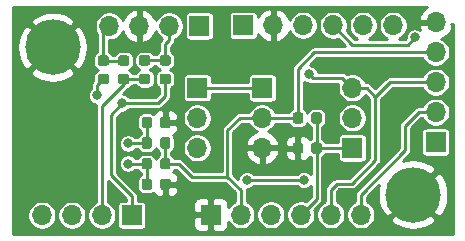
<source format=gbl>
G04 #@! TF.GenerationSoftware,KiCad,Pcbnew,5.1.5+dfsg1-2build2*
G04 #@! TF.CreationDate,2023-02-26T20:32:14+01:00*
G04 #@! TF.ProjectId,EcoApi_BeeHiveSensor,45636f41-7069-45f4-9265-654869766553,rev?*
G04 #@! TF.SameCoordinates,Original*
G04 #@! TF.FileFunction,Copper,L2,Bot*
G04 #@! TF.FilePolarity,Positive*
%FSLAX46Y46*%
G04 Gerber Fmt 4.6, Leading zero omitted, Abs format (unit mm)*
G04 Created by KiCad (PCBNEW 5.1.5+dfsg1-2build2) date 2023-02-26 20:32:14*
%MOMM*%
%LPD*%
G04 APERTURE LIST*
%ADD10C,4.700000*%
%ADD11C,0.100000*%
%ADD12O,1.700000X1.700000*%
%ADD13R,1.700000X1.700000*%
%ADD14C,0.800000*%
%ADD15C,0.250000*%
%ADD16C,0.254000*%
G04 APERTURE END LIST*
D10*
X184610000Y-96310000D03*
X154100000Y-83820000D03*
G04 #@! TA.AperFunction,SMDPad,CuDef*
D11*
G36*
X175102691Y-91886053D02*
G01*
X175123926Y-91889203D01*
X175144750Y-91894419D01*
X175164962Y-91901651D01*
X175184368Y-91910830D01*
X175202781Y-91921866D01*
X175220024Y-91934654D01*
X175235930Y-91949070D01*
X175250346Y-91964976D01*
X175263134Y-91982219D01*
X175274170Y-92000632D01*
X175283349Y-92020038D01*
X175290581Y-92040250D01*
X175295797Y-92061074D01*
X175298947Y-92082309D01*
X175300000Y-92103750D01*
X175300000Y-92616250D01*
X175298947Y-92637691D01*
X175295797Y-92658926D01*
X175290581Y-92679750D01*
X175283349Y-92699962D01*
X175274170Y-92719368D01*
X175263134Y-92737781D01*
X175250346Y-92755024D01*
X175235930Y-92770930D01*
X175220024Y-92785346D01*
X175202781Y-92798134D01*
X175184368Y-92809170D01*
X175164962Y-92818349D01*
X175144750Y-92825581D01*
X175123926Y-92830797D01*
X175102691Y-92833947D01*
X175081250Y-92835000D01*
X174643750Y-92835000D01*
X174622309Y-92833947D01*
X174601074Y-92830797D01*
X174580250Y-92825581D01*
X174560038Y-92818349D01*
X174540632Y-92809170D01*
X174522219Y-92798134D01*
X174504976Y-92785346D01*
X174489070Y-92770930D01*
X174474654Y-92755024D01*
X174461866Y-92737781D01*
X174450830Y-92719368D01*
X174441651Y-92699962D01*
X174434419Y-92679750D01*
X174429203Y-92658926D01*
X174426053Y-92637691D01*
X174425000Y-92616250D01*
X174425000Y-92103750D01*
X174426053Y-92082309D01*
X174429203Y-92061074D01*
X174434419Y-92040250D01*
X174441651Y-92020038D01*
X174450830Y-92000632D01*
X174461866Y-91982219D01*
X174474654Y-91964976D01*
X174489070Y-91949070D01*
X174504976Y-91934654D01*
X174522219Y-91921866D01*
X174540632Y-91910830D01*
X174560038Y-91901651D01*
X174580250Y-91894419D01*
X174601074Y-91889203D01*
X174622309Y-91886053D01*
X174643750Y-91885000D01*
X175081250Y-91885000D01*
X175102691Y-91886053D01*
G37*
G04 #@! TD.AperFunction*
G04 #@! TA.AperFunction,SMDPad,CuDef*
G36*
X176677691Y-91886053D02*
G01*
X176698926Y-91889203D01*
X176719750Y-91894419D01*
X176739962Y-91901651D01*
X176759368Y-91910830D01*
X176777781Y-91921866D01*
X176795024Y-91934654D01*
X176810930Y-91949070D01*
X176825346Y-91964976D01*
X176838134Y-91982219D01*
X176849170Y-92000632D01*
X176858349Y-92020038D01*
X176865581Y-92040250D01*
X176870797Y-92061074D01*
X176873947Y-92082309D01*
X176875000Y-92103750D01*
X176875000Y-92616250D01*
X176873947Y-92637691D01*
X176870797Y-92658926D01*
X176865581Y-92679750D01*
X176858349Y-92699962D01*
X176849170Y-92719368D01*
X176838134Y-92737781D01*
X176825346Y-92755024D01*
X176810930Y-92770930D01*
X176795024Y-92785346D01*
X176777781Y-92798134D01*
X176759368Y-92809170D01*
X176739962Y-92818349D01*
X176719750Y-92825581D01*
X176698926Y-92830797D01*
X176677691Y-92833947D01*
X176656250Y-92835000D01*
X176218750Y-92835000D01*
X176197309Y-92833947D01*
X176176074Y-92830797D01*
X176155250Y-92825581D01*
X176135038Y-92818349D01*
X176115632Y-92809170D01*
X176097219Y-92798134D01*
X176079976Y-92785346D01*
X176064070Y-92770930D01*
X176049654Y-92755024D01*
X176036866Y-92737781D01*
X176025830Y-92719368D01*
X176016651Y-92699962D01*
X176009419Y-92679750D01*
X176004203Y-92658926D01*
X176001053Y-92637691D01*
X176000000Y-92616250D01*
X176000000Y-92103750D01*
X176001053Y-92082309D01*
X176004203Y-92061074D01*
X176009419Y-92040250D01*
X176016651Y-92020038D01*
X176025830Y-92000632D01*
X176036866Y-91982219D01*
X176049654Y-91964976D01*
X176064070Y-91949070D01*
X176079976Y-91934654D01*
X176097219Y-91921866D01*
X176115632Y-91910830D01*
X176135038Y-91901651D01*
X176155250Y-91894419D01*
X176176074Y-91889203D01*
X176197309Y-91886053D01*
X176218750Y-91885000D01*
X176656250Y-91885000D01*
X176677691Y-91886053D01*
G37*
G04 #@! TD.AperFunction*
G04 #@! TA.AperFunction,SMDPad,CuDef*
G36*
X175102691Y-89336053D02*
G01*
X175123926Y-89339203D01*
X175144750Y-89344419D01*
X175164962Y-89351651D01*
X175184368Y-89360830D01*
X175202781Y-89371866D01*
X175220024Y-89384654D01*
X175235930Y-89399070D01*
X175250346Y-89414976D01*
X175263134Y-89432219D01*
X175274170Y-89450632D01*
X175283349Y-89470038D01*
X175290581Y-89490250D01*
X175295797Y-89511074D01*
X175298947Y-89532309D01*
X175300000Y-89553750D01*
X175300000Y-90066250D01*
X175298947Y-90087691D01*
X175295797Y-90108926D01*
X175290581Y-90129750D01*
X175283349Y-90149962D01*
X175274170Y-90169368D01*
X175263134Y-90187781D01*
X175250346Y-90205024D01*
X175235930Y-90220930D01*
X175220024Y-90235346D01*
X175202781Y-90248134D01*
X175184368Y-90259170D01*
X175164962Y-90268349D01*
X175144750Y-90275581D01*
X175123926Y-90280797D01*
X175102691Y-90283947D01*
X175081250Y-90285000D01*
X174643750Y-90285000D01*
X174622309Y-90283947D01*
X174601074Y-90280797D01*
X174580250Y-90275581D01*
X174560038Y-90268349D01*
X174540632Y-90259170D01*
X174522219Y-90248134D01*
X174504976Y-90235346D01*
X174489070Y-90220930D01*
X174474654Y-90205024D01*
X174461866Y-90187781D01*
X174450830Y-90169368D01*
X174441651Y-90149962D01*
X174434419Y-90129750D01*
X174429203Y-90108926D01*
X174426053Y-90087691D01*
X174425000Y-90066250D01*
X174425000Y-89553750D01*
X174426053Y-89532309D01*
X174429203Y-89511074D01*
X174434419Y-89490250D01*
X174441651Y-89470038D01*
X174450830Y-89450632D01*
X174461866Y-89432219D01*
X174474654Y-89414976D01*
X174489070Y-89399070D01*
X174504976Y-89384654D01*
X174522219Y-89371866D01*
X174540632Y-89360830D01*
X174560038Y-89351651D01*
X174580250Y-89344419D01*
X174601074Y-89339203D01*
X174622309Y-89336053D01*
X174643750Y-89335000D01*
X175081250Y-89335000D01*
X175102691Y-89336053D01*
G37*
G04 #@! TD.AperFunction*
G04 #@! TA.AperFunction,SMDPad,CuDef*
G36*
X176677691Y-89336053D02*
G01*
X176698926Y-89339203D01*
X176719750Y-89344419D01*
X176739962Y-89351651D01*
X176759368Y-89360830D01*
X176777781Y-89371866D01*
X176795024Y-89384654D01*
X176810930Y-89399070D01*
X176825346Y-89414976D01*
X176838134Y-89432219D01*
X176849170Y-89450632D01*
X176858349Y-89470038D01*
X176865581Y-89490250D01*
X176870797Y-89511074D01*
X176873947Y-89532309D01*
X176875000Y-89553750D01*
X176875000Y-90066250D01*
X176873947Y-90087691D01*
X176870797Y-90108926D01*
X176865581Y-90129750D01*
X176858349Y-90149962D01*
X176849170Y-90169368D01*
X176838134Y-90187781D01*
X176825346Y-90205024D01*
X176810930Y-90220930D01*
X176795024Y-90235346D01*
X176777781Y-90248134D01*
X176759368Y-90259170D01*
X176739962Y-90268349D01*
X176719750Y-90275581D01*
X176698926Y-90280797D01*
X176677691Y-90283947D01*
X176656250Y-90285000D01*
X176218750Y-90285000D01*
X176197309Y-90283947D01*
X176176074Y-90280797D01*
X176155250Y-90275581D01*
X176135038Y-90268349D01*
X176115632Y-90259170D01*
X176097219Y-90248134D01*
X176079976Y-90235346D01*
X176064070Y-90220930D01*
X176049654Y-90205024D01*
X176036866Y-90187781D01*
X176025830Y-90169368D01*
X176016651Y-90149962D01*
X176009419Y-90129750D01*
X176004203Y-90108926D01*
X176001053Y-90087691D01*
X176000000Y-90066250D01*
X176000000Y-89553750D01*
X176001053Y-89532309D01*
X176004203Y-89511074D01*
X176009419Y-89490250D01*
X176016651Y-89470038D01*
X176025830Y-89450632D01*
X176036866Y-89432219D01*
X176049654Y-89414976D01*
X176064070Y-89399070D01*
X176079976Y-89384654D01*
X176097219Y-89371866D01*
X176115632Y-89360830D01*
X176135038Y-89351651D01*
X176155250Y-89344419D01*
X176176074Y-89339203D01*
X176197309Y-89336053D01*
X176218750Y-89335000D01*
X176656250Y-89335000D01*
X176677691Y-89336053D01*
G37*
G04 #@! TD.AperFunction*
G04 #@! TA.AperFunction,SMDPad,CuDef*
G36*
X162157691Y-84496053D02*
G01*
X162178926Y-84499203D01*
X162199750Y-84504419D01*
X162219962Y-84511651D01*
X162239368Y-84520830D01*
X162257781Y-84531866D01*
X162275024Y-84544654D01*
X162290930Y-84559070D01*
X162305346Y-84574976D01*
X162318134Y-84592219D01*
X162329170Y-84610632D01*
X162338349Y-84630038D01*
X162345581Y-84650250D01*
X162350797Y-84671074D01*
X162353947Y-84692309D01*
X162355000Y-84713750D01*
X162355000Y-85151250D01*
X162353947Y-85172691D01*
X162350797Y-85193926D01*
X162345581Y-85214750D01*
X162338349Y-85234962D01*
X162329170Y-85254368D01*
X162318134Y-85272781D01*
X162305346Y-85290024D01*
X162290930Y-85305930D01*
X162275024Y-85320346D01*
X162257781Y-85333134D01*
X162239368Y-85344170D01*
X162219962Y-85353349D01*
X162199750Y-85360581D01*
X162178926Y-85365797D01*
X162157691Y-85368947D01*
X162136250Y-85370000D01*
X161623750Y-85370000D01*
X161602309Y-85368947D01*
X161581074Y-85365797D01*
X161560250Y-85360581D01*
X161540038Y-85353349D01*
X161520632Y-85344170D01*
X161502219Y-85333134D01*
X161484976Y-85320346D01*
X161469070Y-85305930D01*
X161454654Y-85290024D01*
X161441866Y-85272781D01*
X161430830Y-85254368D01*
X161421651Y-85234962D01*
X161414419Y-85214750D01*
X161409203Y-85193926D01*
X161406053Y-85172691D01*
X161405000Y-85151250D01*
X161405000Y-84713750D01*
X161406053Y-84692309D01*
X161409203Y-84671074D01*
X161414419Y-84650250D01*
X161421651Y-84630038D01*
X161430830Y-84610632D01*
X161441866Y-84592219D01*
X161454654Y-84574976D01*
X161469070Y-84559070D01*
X161484976Y-84544654D01*
X161502219Y-84531866D01*
X161520632Y-84520830D01*
X161540038Y-84511651D01*
X161560250Y-84504419D01*
X161581074Y-84499203D01*
X161602309Y-84496053D01*
X161623750Y-84495000D01*
X162136250Y-84495000D01*
X162157691Y-84496053D01*
G37*
G04 #@! TD.AperFunction*
G04 #@! TA.AperFunction,SMDPad,CuDef*
G36*
X162157691Y-86071053D02*
G01*
X162178926Y-86074203D01*
X162199750Y-86079419D01*
X162219962Y-86086651D01*
X162239368Y-86095830D01*
X162257781Y-86106866D01*
X162275024Y-86119654D01*
X162290930Y-86134070D01*
X162305346Y-86149976D01*
X162318134Y-86167219D01*
X162329170Y-86185632D01*
X162338349Y-86205038D01*
X162345581Y-86225250D01*
X162350797Y-86246074D01*
X162353947Y-86267309D01*
X162355000Y-86288750D01*
X162355000Y-86726250D01*
X162353947Y-86747691D01*
X162350797Y-86768926D01*
X162345581Y-86789750D01*
X162338349Y-86809962D01*
X162329170Y-86829368D01*
X162318134Y-86847781D01*
X162305346Y-86865024D01*
X162290930Y-86880930D01*
X162275024Y-86895346D01*
X162257781Y-86908134D01*
X162239368Y-86919170D01*
X162219962Y-86928349D01*
X162199750Y-86935581D01*
X162178926Y-86940797D01*
X162157691Y-86943947D01*
X162136250Y-86945000D01*
X161623750Y-86945000D01*
X161602309Y-86943947D01*
X161581074Y-86940797D01*
X161560250Y-86935581D01*
X161540038Y-86928349D01*
X161520632Y-86919170D01*
X161502219Y-86908134D01*
X161484976Y-86895346D01*
X161469070Y-86880930D01*
X161454654Y-86865024D01*
X161441866Y-86847781D01*
X161430830Y-86829368D01*
X161421651Y-86809962D01*
X161414419Y-86789750D01*
X161409203Y-86768926D01*
X161406053Y-86747691D01*
X161405000Y-86726250D01*
X161405000Y-86288750D01*
X161406053Y-86267309D01*
X161409203Y-86246074D01*
X161414419Y-86225250D01*
X161421651Y-86205038D01*
X161430830Y-86185632D01*
X161441866Y-86167219D01*
X161454654Y-86149976D01*
X161469070Y-86134070D01*
X161484976Y-86119654D01*
X161502219Y-86106866D01*
X161520632Y-86095830D01*
X161540038Y-86086651D01*
X161560250Y-86079419D01*
X161581074Y-86074203D01*
X161602309Y-86071053D01*
X161623750Y-86070000D01*
X162136250Y-86070000D01*
X162157691Y-86071053D01*
G37*
G04 #@! TD.AperFunction*
G04 #@! TA.AperFunction,SMDPad,CuDef*
G36*
X163897691Y-84496053D02*
G01*
X163918926Y-84499203D01*
X163939750Y-84504419D01*
X163959962Y-84511651D01*
X163979368Y-84520830D01*
X163997781Y-84531866D01*
X164015024Y-84544654D01*
X164030930Y-84559070D01*
X164045346Y-84574976D01*
X164058134Y-84592219D01*
X164069170Y-84610632D01*
X164078349Y-84630038D01*
X164085581Y-84650250D01*
X164090797Y-84671074D01*
X164093947Y-84692309D01*
X164095000Y-84713750D01*
X164095000Y-85151250D01*
X164093947Y-85172691D01*
X164090797Y-85193926D01*
X164085581Y-85214750D01*
X164078349Y-85234962D01*
X164069170Y-85254368D01*
X164058134Y-85272781D01*
X164045346Y-85290024D01*
X164030930Y-85305930D01*
X164015024Y-85320346D01*
X163997781Y-85333134D01*
X163979368Y-85344170D01*
X163959962Y-85353349D01*
X163939750Y-85360581D01*
X163918926Y-85365797D01*
X163897691Y-85368947D01*
X163876250Y-85370000D01*
X163363750Y-85370000D01*
X163342309Y-85368947D01*
X163321074Y-85365797D01*
X163300250Y-85360581D01*
X163280038Y-85353349D01*
X163260632Y-85344170D01*
X163242219Y-85333134D01*
X163224976Y-85320346D01*
X163209070Y-85305930D01*
X163194654Y-85290024D01*
X163181866Y-85272781D01*
X163170830Y-85254368D01*
X163161651Y-85234962D01*
X163154419Y-85214750D01*
X163149203Y-85193926D01*
X163146053Y-85172691D01*
X163145000Y-85151250D01*
X163145000Y-84713750D01*
X163146053Y-84692309D01*
X163149203Y-84671074D01*
X163154419Y-84650250D01*
X163161651Y-84630038D01*
X163170830Y-84610632D01*
X163181866Y-84592219D01*
X163194654Y-84574976D01*
X163209070Y-84559070D01*
X163224976Y-84544654D01*
X163242219Y-84531866D01*
X163260632Y-84520830D01*
X163280038Y-84511651D01*
X163300250Y-84504419D01*
X163321074Y-84499203D01*
X163342309Y-84496053D01*
X163363750Y-84495000D01*
X163876250Y-84495000D01*
X163897691Y-84496053D01*
G37*
G04 #@! TD.AperFunction*
G04 #@! TA.AperFunction,SMDPad,CuDef*
G36*
X163897691Y-86071053D02*
G01*
X163918926Y-86074203D01*
X163939750Y-86079419D01*
X163959962Y-86086651D01*
X163979368Y-86095830D01*
X163997781Y-86106866D01*
X164015024Y-86119654D01*
X164030930Y-86134070D01*
X164045346Y-86149976D01*
X164058134Y-86167219D01*
X164069170Y-86185632D01*
X164078349Y-86205038D01*
X164085581Y-86225250D01*
X164090797Y-86246074D01*
X164093947Y-86267309D01*
X164095000Y-86288750D01*
X164095000Y-86726250D01*
X164093947Y-86747691D01*
X164090797Y-86768926D01*
X164085581Y-86789750D01*
X164078349Y-86809962D01*
X164069170Y-86829368D01*
X164058134Y-86847781D01*
X164045346Y-86865024D01*
X164030930Y-86880930D01*
X164015024Y-86895346D01*
X163997781Y-86908134D01*
X163979368Y-86919170D01*
X163959962Y-86928349D01*
X163939750Y-86935581D01*
X163918926Y-86940797D01*
X163897691Y-86943947D01*
X163876250Y-86945000D01*
X163363750Y-86945000D01*
X163342309Y-86943947D01*
X163321074Y-86940797D01*
X163300250Y-86935581D01*
X163280038Y-86928349D01*
X163260632Y-86919170D01*
X163242219Y-86908134D01*
X163224976Y-86895346D01*
X163209070Y-86880930D01*
X163194654Y-86865024D01*
X163181866Y-86847781D01*
X163170830Y-86829368D01*
X163161651Y-86809962D01*
X163154419Y-86789750D01*
X163149203Y-86768926D01*
X163146053Y-86747691D01*
X163145000Y-86726250D01*
X163145000Y-86288750D01*
X163146053Y-86267309D01*
X163149203Y-86246074D01*
X163154419Y-86225250D01*
X163161651Y-86205038D01*
X163170830Y-86185632D01*
X163181866Y-86167219D01*
X163194654Y-86149976D01*
X163209070Y-86134070D01*
X163224976Y-86119654D01*
X163242219Y-86106866D01*
X163260632Y-86095830D01*
X163280038Y-86086651D01*
X163300250Y-86079419D01*
X163321074Y-86074203D01*
X163342309Y-86071053D01*
X163363750Y-86070000D01*
X163876250Y-86070000D01*
X163897691Y-86071053D01*
G37*
G04 #@! TD.AperFunction*
G04 #@! TA.AperFunction,SMDPad,CuDef*
G36*
X158657691Y-84516053D02*
G01*
X158678926Y-84519203D01*
X158699750Y-84524419D01*
X158719962Y-84531651D01*
X158739368Y-84540830D01*
X158757781Y-84551866D01*
X158775024Y-84564654D01*
X158790930Y-84579070D01*
X158805346Y-84594976D01*
X158818134Y-84612219D01*
X158829170Y-84630632D01*
X158838349Y-84650038D01*
X158845581Y-84670250D01*
X158850797Y-84691074D01*
X158853947Y-84712309D01*
X158855000Y-84733750D01*
X158855000Y-85171250D01*
X158853947Y-85192691D01*
X158850797Y-85213926D01*
X158845581Y-85234750D01*
X158838349Y-85254962D01*
X158829170Y-85274368D01*
X158818134Y-85292781D01*
X158805346Y-85310024D01*
X158790930Y-85325930D01*
X158775024Y-85340346D01*
X158757781Y-85353134D01*
X158739368Y-85364170D01*
X158719962Y-85373349D01*
X158699750Y-85380581D01*
X158678926Y-85385797D01*
X158657691Y-85388947D01*
X158636250Y-85390000D01*
X158123750Y-85390000D01*
X158102309Y-85388947D01*
X158081074Y-85385797D01*
X158060250Y-85380581D01*
X158040038Y-85373349D01*
X158020632Y-85364170D01*
X158002219Y-85353134D01*
X157984976Y-85340346D01*
X157969070Y-85325930D01*
X157954654Y-85310024D01*
X157941866Y-85292781D01*
X157930830Y-85274368D01*
X157921651Y-85254962D01*
X157914419Y-85234750D01*
X157909203Y-85213926D01*
X157906053Y-85192691D01*
X157905000Y-85171250D01*
X157905000Y-84733750D01*
X157906053Y-84712309D01*
X157909203Y-84691074D01*
X157914419Y-84670250D01*
X157921651Y-84650038D01*
X157930830Y-84630632D01*
X157941866Y-84612219D01*
X157954654Y-84594976D01*
X157969070Y-84579070D01*
X157984976Y-84564654D01*
X158002219Y-84551866D01*
X158020632Y-84540830D01*
X158040038Y-84531651D01*
X158060250Y-84524419D01*
X158081074Y-84519203D01*
X158102309Y-84516053D01*
X158123750Y-84515000D01*
X158636250Y-84515000D01*
X158657691Y-84516053D01*
G37*
G04 #@! TD.AperFunction*
G04 #@! TA.AperFunction,SMDPad,CuDef*
G36*
X158657691Y-86091053D02*
G01*
X158678926Y-86094203D01*
X158699750Y-86099419D01*
X158719962Y-86106651D01*
X158739368Y-86115830D01*
X158757781Y-86126866D01*
X158775024Y-86139654D01*
X158790930Y-86154070D01*
X158805346Y-86169976D01*
X158818134Y-86187219D01*
X158829170Y-86205632D01*
X158838349Y-86225038D01*
X158845581Y-86245250D01*
X158850797Y-86266074D01*
X158853947Y-86287309D01*
X158855000Y-86308750D01*
X158855000Y-86746250D01*
X158853947Y-86767691D01*
X158850797Y-86788926D01*
X158845581Y-86809750D01*
X158838349Y-86829962D01*
X158829170Y-86849368D01*
X158818134Y-86867781D01*
X158805346Y-86885024D01*
X158790930Y-86900930D01*
X158775024Y-86915346D01*
X158757781Y-86928134D01*
X158739368Y-86939170D01*
X158719962Y-86948349D01*
X158699750Y-86955581D01*
X158678926Y-86960797D01*
X158657691Y-86963947D01*
X158636250Y-86965000D01*
X158123750Y-86965000D01*
X158102309Y-86963947D01*
X158081074Y-86960797D01*
X158060250Y-86955581D01*
X158040038Y-86948349D01*
X158020632Y-86939170D01*
X158002219Y-86928134D01*
X157984976Y-86915346D01*
X157969070Y-86900930D01*
X157954654Y-86885024D01*
X157941866Y-86867781D01*
X157930830Y-86849368D01*
X157921651Y-86829962D01*
X157914419Y-86809750D01*
X157909203Y-86788926D01*
X157906053Y-86767691D01*
X157905000Y-86746250D01*
X157905000Y-86308750D01*
X157906053Y-86287309D01*
X157909203Y-86266074D01*
X157914419Y-86245250D01*
X157921651Y-86225038D01*
X157930830Y-86205632D01*
X157941866Y-86187219D01*
X157954654Y-86169976D01*
X157969070Y-86154070D01*
X157984976Y-86139654D01*
X158002219Y-86126866D01*
X158020632Y-86115830D01*
X158040038Y-86106651D01*
X158060250Y-86099419D01*
X158081074Y-86094203D01*
X158102309Y-86091053D01*
X158123750Y-86090000D01*
X158636250Y-86090000D01*
X158657691Y-86091053D01*
G37*
G04 #@! TD.AperFunction*
G04 #@! TA.AperFunction,SMDPad,CuDef*
G36*
X160397691Y-84516053D02*
G01*
X160418926Y-84519203D01*
X160439750Y-84524419D01*
X160459962Y-84531651D01*
X160479368Y-84540830D01*
X160497781Y-84551866D01*
X160515024Y-84564654D01*
X160530930Y-84579070D01*
X160545346Y-84594976D01*
X160558134Y-84612219D01*
X160569170Y-84630632D01*
X160578349Y-84650038D01*
X160585581Y-84670250D01*
X160590797Y-84691074D01*
X160593947Y-84712309D01*
X160595000Y-84733750D01*
X160595000Y-85171250D01*
X160593947Y-85192691D01*
X160590797Y-85213926D01*
X160585581Y-85234750D01*
X160578349Y-85254962D01*
X160569170Y-85274368D01*
X160558134Y-85292781D01*
X160545346Y-85310024D01*
X160530930Y-85325930D01*
X160515024Y-85340346D01*
X160497781Y-85353134D01*
X160479368Y-85364170D01*
X160459962Y-85373349D01*
X160439750Y-85380581D01*
X160418926Y-85385797D01*
X160397691Y-85388947D01*
X160376250Y-85390000D01*
X159863750Y-85390000D01*
X159842309Y-85388947D01*
X159821074Y-85385797D01*
X159800250Y-85380581D01*
X159780038Y-85373349D01*
X159760632Y-85364170D01*
X159742219Y-85353134D01*
X159724976Y-85340346D01*
X159709070Y-85325930D01*
X159694654Y-85310024D01*
X159681866Y-85292781D01*
X159670830Y-85274368D01*
X159661651Y-85254962D01*
X159654419Y-85234750D01*
X159649203Y-85213926D01*
X159646053Y-85192691D01*
X159645000Y-85171250D01*
X159645000Y-84733750D01*
X159646053Y-84712309D01*
X159649203Y-84691074D01*
X159654419Y-84670250D01*
X159661651Y-84650038D01*
X159670830Y-84630632D01*
X159681866Y-84612219D01*
X159694654Y-84594976D01*
X159709070Y-84579070D01*
X159724976Y-84564654D01*
X159742219Y-84551866D01*
X159760632Y-84540830D01*
X159780038Y-84531651D01*
X159800250Y-84524419D01*
X159821074Y-84519203D01*
X159842309Y-84516053D01*
X159863750Y-84515000D01*
X160376250Y-84515000D01*
X160397691Y-84516053D01*
G37*
G04 #@! TD.AperFunction*
G04 #@! TA.AperFunction,SMDPad,CuDef*
G36*
X160397691Y-86091053D02*
G01*
X160418926Y-86094203D01*
X160439750Y-86099419D01*
X160459962Y-86106651D01*
X160479368Y-86115830D01*
X160497781Y-86126866D01*
X160515024Y-86139654D01*
X160530930Y-86154070D01*
X160545346Y-86169976D01*
X160558134Y-86187219D01*
X160569170Y-86205632D01*
X160578349Y-86225038D01*
X160585581Y-86245250D01*
X160590797Y-86266074D01*
X160593947Y-86287309D01*
X160595000Y-86308750D01*
X160595000Y-86746250D01*
X160593947Y-86767691D01*
X160590797Y-86788926D01*
X160585581Y-86809750D01*
X160578349Y-86829962D01*
X160569170Y-86849368D01*
X160558134Y-86867781D01*
X160545346Y-86885024D01*
X160530930Y-86900930D01*
X160515024Y-86915346D01*
X160497781Y-86928134D01*
X160479368Y-86939170D01*
X160459962Y-86948349D01*
X160439750Y-86955581D01*
X160418926Y-86960797D01*
X160397691Y-86963947D01*
X160376250Y-86965000D01*
X159863750Y-86965000D01*
X159842309Y-86963947D01*
X159821074Y-86960797D01*
X159800250Y-86955581D01*
X159780038Y-86948349D01*
X159760632Y-86939170D01*
X159742219Y-86928134D01*
X159724976Y-86915346D01*
X159709070Y-86900930D01*
X159694654Y-86885024D01*
X159681866Y-86867781D01*
X159670830Y-86849368D01*
X159661651Y-86829962D01*
X159654419Y-86809750D01*
X159649203Y-86788926D01*
X159646053Y-86767691D01*
X159645000Y-86746250D01*
X159645000Y-86308750D01*
X159646053Y-86287309D01*
X159649203Y-86266074D01*
X159654419Y-86245250D01*
X159661651Y-86225038D01*
X159670830Y-86205632D01*
X159681866Y-86187219D01*
X159694654Y-86169976D01*
X159709070Y-86154070D01*
X159724976Y-86139654D01*
X159742219Y-86126866D01*
X159760632Y-86115830D01*
X159780038Y-86106651D01*
X159800250Y-86099419D01*
X159821074Y-86094203D01*
X159842309Y-86091053D01*
X159863750Y-86090000D01*
X160376250Y-86090000D01*
X160397691Y-86091053D01*
G37*
G04 #@! TD.AperFunction*
G04 #@! TA.AperFunction,SMDPad,CuDef*
G36*
X163877691Y-89716053D02*
G01*
X163898926Y-89719203D01*
X163919750Y-89724419D01*
X163939962Y-89731651D01*
X163959368Y-89740830D01*
X163977781Y-89751866D01*
X163995024Y-89764654D01*
X164010930Y-89779070D01*
X164025346Y-89794976D01*
X164038134Y-89812219D01*
X164049170Y-89830632D01*
X164058349Y-89850038D01*
X164065581Y-89870250D01*
X164070797Y-89891074D01*
X164073947Y-89912309D01*
X164075000Y-89933750D01*
X164075000Y-90446250D01*
X164073947Y-90467691D01*
X164070797Y-90488926D01*
X164065581Y-90509750D01*
X164058349Y-90529962D01*
X164049170Y-90549368D01*
X164038134Y-90567781D01*
X164025346Y-90585024D01*
X164010930Y-90600930D01*
X163995024Y-90615346D01*
X163977781Y-90628134D01*
X163959368Y-90639170D01*
X163939962Y-90648349D01*
X163919750Y-90655581D01*
X163898926Y-90660797D01*
X163877691Y-90663947D01*
X163856250Y-90665000D01*
X163418750Y-90665000D01*
X163397309Y-90663947D01*
X163376074Y-90660797D01*
X163355250Y-90655581D01*
X163335038Y-90648349D01*
X163315632Y-90639170D01*
X163297219Y-90628134D01*
X163279976Y-90615346D01*
X163264070Y-90600930D01*
X163249654Y-90585024D01*
X163236866Y-90567781D01*
X163225830Y-90549368D01*
X163216651Y-90529962D01*
X163209419Y-90509750D01*
X163204203Y-90488926D01*
X163201053Y-90467691D01*
X163200000Y-90446250D01*
X163200000Y-89933750D01*
X163201053Y-89912309D01*
X163204203Y-89891074D01*
X163209419Y-89870250D01*
X163216651Y-89850038D01*
X163225830Y-89830632D01*
X163236866Y-89812219D01*
X163249654Y-89794976D01*
X163264070Y-89779070D01*
X163279976Y-89764654D01*
X163297219Y-89751866D01*
X163315632Y-89740830D01*
X163335038Y-89731651D01*
X163355250Y-89724419D01*
X163376074Y-89719203D01*
X163397309Y-89716053D01*
X163418750Y-89715000D01*
X163856250Y-89715000D01*
X163877691Y-89716053D01*
G37*
G04 #@! TD.AperFunction*
G04 #@! TA.AperFunction,SMDPad,CuDef*
G36*
X162302691Y-89716053D02*
G01*
X162323926Y-89719203D01*
X162344750Y-89724419D01*
X162364962Y-89731651D01*
X162384368Y-89740830D01*
X162402781Y-89751866D01*
X162420024Y-89764654D01*
X162435930Y-89779070D01*
X162450346Y-89794976D01*
X162463134Y-89812219D01*
X162474170Y-89830632D01*
X162483349Y-89850038D01*
X162490581Y-89870250D01*
X162495797Y-89891074D01*
X162498947Y-89912309D01*
X162500000Y-89933750D01*
X162500000Y-90446250D01*
X162498947Y-90467691D01*
X162495797Y-90488926D01*
X162490581Y-90509750D01*
X162483349Y-90529962D01*
X162474170Y-90549368D01*
X162463134Y-90567781D01*
X162450346Y-90585024D01*
X162435930Y-90600930D01*
X162420024Y-90615346D01*
X162402781Y-90628134D01*
X162384368Y-90639170D01*
X162364962Y-90648349D01*
X162344750Y-90655581D01*
X162323926Y-90660797D01*
X162302691Y-90663947D01*
X162281250Y-90665000D01*
X161843750Y-90665000D01*
X161822309Y-90663947D01*
X161801074Y-90660797D01*
X161780250Y-90655581D01*
X161760038Y-90648349D01*
X161740632Y-90639170D01*
X161722219Y-90628134D01*
X161704976Y-90615346D01*
X161689070Y-90600930D01*
X161674654Y-90585024D01*
X161661866Y-90567781D01*
X161650830Y-90549368D01*
X161641651Y-90529962D01*
X161634419Y-90509750D01*
X161629203Y-90488926D01*
X161626053Y-90467691D01*
X161625000Y-90446250D01*
X161625000Y-89933750D01*
X161626053Y-89912309D01*
X161629203Y-89891074D01*
X161634419Y-89870250D01*
X161641651Y-89850038D01*
X161650830Y-89830632D01*
X161661866Y-89812219D01*
X161674654Y-89794976D01*
X161689070Y-89779070D01*
X161704976Y-89764654D01*
X161722219Y-89751866D01*
X161740632Y-89740830D01*
X161760038Y-89731651D01*
X161780250Y-89724419D01*
X161801074Y-89719203D01*
X161822309Y-89716053D01*
X161843750Y-89715000D01*
X162281250Y-89715000D01*
X162302691Y-89716053D01*
G37*
G04 #@! TD.AperFunction*
G04 #@! TA.AperFunction,SMDPad,CuDef*
G36*
X163887691Y-94946053D02*
G01*
X163908926Y-94949203D01*
X163929750Y-94954419D01*
X163949962Y-94961651D01*
X163969368Y-94970830D01*
X163987781Y-94981866D01*
X164005024Y-94994654D01*
X164020930Y-95009070D01*
X164035346Y-95024976D01*
X164048134Y-95042219D01*
X164059170Y-95060632D01*
X164068349Y-95080038D01*
X164075581Y-95100250D01*
X164080797Y-95121074D01*
X164083947Y-95142309D01*
X164085000Y-95163750D01*
X164085000Y-95676250D01*
X164083947Y-95697691D01*
X164080797Y-95718926D01*
X164075581Y-95739750D01*
X164068349Y-95759962D01*
X164059170Y-95779368D01*
X164048134Y-95797781D01*
X164035346Y-95815024D01*
X164020930Y-95830930D01*
X164005024Y-95845346D01*
X163987781Y-95858134D01*
X163969368Y-95869170D01*
X163949962Y-95878349D01*
X163929750Y-95885581D01*
X163908926Y-95890797D01*
X163887691Y-95893947D01*
X163866250Y-95895000D01*
X163428750Y-95895000D01*
X163407309Y-95893947D01*
X163386074Y-95890797D01*
X163365250Y-95885581D01*
X163345038Y-95878349D01*
X163325632Y-95869170D01*
X163307219Y-95858134D01*
X163289976Y-95845346D01*
X163274070Y-95830930D01*
X163259654Y-95815024D01*
X163246866Y-95797781D01*
X163235830Y-95779368D01*
X163226651Y-95759962D01*
X163219419Y-95739750D01*
X163214203Y-95718926D01*
X163211053Y-95697691D01*
X163210000Y-95676250D01*
X163210000Y-95163750D01*
X163211053Y-95142309D01*
X163214203Y-95121074D01*
X163219419Y-95100250D01*
X163226651Y-95080038D01*
X163235830Y-95060632D01*
X163246866Y-95042219D01*
X163259654Y-95024976D01*
X163274070Y-95009070D01*
X163289976Y-94994654D01*
X163307219Y-94981866D01*
X163325632Y-94970830D01*
X163345038Y-94961651D01*
X163365250Y-94954419D01*
X163386074Y-94949203D01*
X163407309Y-94946053D01*
X163428750Y-94945000D01*
X163866250Y-94945000D01*
X163887691Y-94946053D01*
G37*
G04 #@! TD.AperFunction*
G04 #@! TA.AperFunction,SMDPad,CuDef*
G36*
X162312691Y-94946053D02*
G01*
X162333926Y-94949203D01*
X162354750Y-94954419D01*
X162374962Y-94961651D01*
X162394368Y-94970830D01*
X162412781Y-94981866D01*
X162430024Y-94994654D01*
X162445930Y-95009070D01*
X162460346Y-95024976D01*
X162473134Y-95042219D01*
X162484170Y-95060632D01*
X162493349Y-95080038D01*
X162500581Y-95100250D01*
X162505797Y-95121074D01*
X162508947Y-95142309D01*
X162510000Y-95163750D01*
X162510000Y-95676250D01*
X162508947Y-95697691D01*
X162505797Y-95718926D01*
X162500581Y-95739750D01*
X162493349Y-95759962D01*
X162484170Y-95779368D01*
X162473134Y-95797781D01*
X162460346Y-95815024D01*
X162445930Y-95830930D01*
X162430024Y-95845346D01*
X162412781Y-95858134D01*
X162394368Y-95869170D01*
X162374962Y-95878349D01*
X162354750Y-95885581D01*
X162333926Y-95890797D01*
X162312691Y-95893947D01*
X162291250Y-95895000D01*
X161853750Y-95895000D01*
X161832309Y-95893947D01*
X161811074Y-95890797D01*
X161790250Y-95885581D01*
X161770038Y-95878349D01*
X161750632Y-95869170D01*
X161732219Y-95858134D01*
X161714976Y-95845346D01*
X161699070Y-95830930D01*
X161684654Y-95815024D01*
X161671866Y-95797781D01*
X161660830Y-95779368D01*
X161651651Y-95759962D01*
X161644419Y-95739750D01*
X161639203Y-95718926D01*
X161636053Y-95697691D01*
X161635000Y-95676250D01*
X161635000Y-95163750D01*
X161636053Y-95142309D01*
X161639203Y-95121074D01*
X161644419Y-95100250D01*
X161651651Y-95080038D01*
X161660830Y-95060632D01*
X161671866Y-95042219D01*
X161684654Y-95024976D01*
X161699070Y-95009070D01*
X161714976Y-94994654D01*
X161732219Y-94981866D01*
X161750632Y-94970830D01*
X161770038Y-94961651D01*
X161790250Y-94954419D01*
X161811074Y-94949203D01*
X161832309Y-94946053D01*
X161853750Y-94945000D01*
X162291250Y-94945000D01*
X162312691Y-94946053D01*
G37*
G04 #@! TD.AperFunction*
G04 #@! TA.AperFunction,SMDPad,CuDef*
G36*
X163877691Y-93216053D02*
G01*
X163898926Y-93219203D01*
X163919750Y-93224419D01*
X163939962Y-93231651D01*
X163959368Y-93240830D01*
X163977781Y-93251866D01*
X163995024Y-93264654D01*
X164010930Y-93279070D01*
X164025346Y-93294976D01*
X164038134Y-93312219D01*
X164049170Y-93330632D01*
X164058349Y-93350038D01*
X164065581Y-93370250D01*
X164070797Y-93391074D01*
X164073947Y-93412309D01*
X164075000Y-93433750D01*
X164075000Y-93946250D01*
X164073947Y-93967691D01*
X164070797Y-93988926D01*
X164065581Y-94009750D01*
X164058349Y-94029962D01*
X164049170Y-94049368D01*
X164038134Y-94067781D01*
X164025346Y-94085024D01*
X164010930Y-94100930D01*
X163995024Y-94115346D01*
X163977781Y-94128134D01*
X163959368Y-94139170D01*
X163939962Y-94148349D01*
X163919750Y-94155581D01*
X163898926Y-94160797D01*
X163877691Y-94163947D01*
X163856250Y-94165000D01*
X163418750Y-94165000D01*
X163397309Y-94163947D01*
X163376074Y-94160797D01*
X163355250Y-94155581D01*
X163335038Y-94148349D01*
X163315632Y-94139170D01*
X163297219Y-94128134D01*
X163279976Y-94115346D01*
X163264070Y-94100930D01*
X163249654Y-94085024D01*
X163236866Y-94067781D01*
X163225830Y-94049368D01*
X163216651Y-94029962D01*
X163209419Y-94009750D01*
X163204203Y-93988926D01*
X163201053Y-93967691D01*
X163200000Y-93946250D01*
X163200000Y-93433750D01*
X163201053Y-93412309D01*
X163204203Y-93391074D01*
X163209419Y-93370250D01*
X163216651Y-93350038D01*
X163225830Y-93330632D01*
X163236866Y-93312219D01*
X163249654Y-93294976D01*
X163264070Y-93279070D01*
X163279976Y-93264654D01*
X163297219Y-93251866D01*
X163315632Y-93240830D01*
X163335038Y-93231651D01*
X163355250Y-93224419D01*
X163376074Y-93219203D01*
X163397309Y-93216053D01*
X163418750Y-93215000D01*
X163856250Y-93215000D01*
X163877691Y-93216053D01*
G37*
G04 #@! TD.AperFunction*
G04 #@! TA.AperFunction,SMDPad,CuDef*
G36*
X162302691Y-93216053D02*
G01*
X162323926Y-93219203D01*
X162344750Y-93224419D01*
X162364962Y-93231651D01*
X162384368Y-93240830D01*
X162402781Y-93251866D01*
X162420024Y-93264654D01*
X162435930Y-93279070D01*
X162450346Y-93294976D01*
X162463134Y-93312219D01*
X162474170Y-93330632D01*
X162483349Y-93350038D01*
X162490581Y-93370250D01*
X162495797Y-93391074D01*
X162498947Y-93412309D01*
X162500000Y-93433750D01*
X162500000Y-93946250D01*
X162498947Y-93967691D01*
X162495797Y-93988926D01*
X162490581Y-94009750D01*
X162483349Y-94029962D01*
X162474170Y-94049368D01*
X162463134Y-94067781D01*
X162450346Y-94085024D01*
X162435930Y-94100930D01*
X162420024Y-94115346D01*
X162402781Y-94128134D01*
X162384368Y-94139170D01*
X162364962Y-94148349D01*
X162344750Y-94155581D01*
X162323926Y-94160797D01*
X162302691Y-94163947D01*
X162281250Y-94165000D01*
X161843750Y-94165000D01*
X161822309Y-94163947D01*
X161801074Y-94160797D01*
X161780250Y-94155581D01*
X161760038Y-94148349D01*
X161740632Y-94139170D01*
X161722219Y-94128134D01*
X161704976Y-94115346D01*
X161689070Y-94100930D01*
X161674654Y-94085024D01*
X161661866Y-94067781D01*
X161650830Y-94049368D01*
X161641651Y-94029962D01*
X161634419Y-94009750D01*
X161629203Y-93988926D01*
X161626053Y-93967691D01*
X161625000Y-93946250D01*
X161625000Y-93433750D01*
X161626053Y-93412309D01*
X161629203Y-93391074D01*
X161634419Y-93370250D01*
X161641651Y-93350038D01*
X161650830Y-93330632D01*
X161661866Y-93312219D01*
X161674654Y-93294976D01*
X161689070Y-93279070D01*
X161704976Y-93264654D01*
X161722219Y-93251866D01*
X161740632Y-93240830D01*
X161760038Y-93231651D01*
X161780250Y-93224419D01*
X161801074Y-93219203D01*
X161822309Y-93216053D01*
X161843750Y-93215000D01*
X162281250Y-93215000D01*
X162302691Y-93216053D01*
G37*
G04 #@! TD.AperFunction*
G04 #@! TA.AperFunction,SMDPad,CuDef*
G36*
X163877691Y-91456053D02*
G01*
X163898926Y-91459203D01*
X163919750Y-91464419D01*
X163939962Y-91471651D01*
X163959368Y-91480830D01*
X163977781Y-91491866D01*
X163995024Y-91504654D01*
X164010930Y-91519070D01*
X164025346Y-91534976D01*
X164038134Y-91552219D01*
X164049170Y-91570632D01*
X164058349Y-91590038D01*
X164065581Y-91610250D01*
X164070797Y-91631074D01*
X164073947Y-91652309D01*
X164075000Y-91673750D01*
X164075000Y-92186250D01*
X164073947Y-92207691D01*
X164070797Y-92228926D01*
X164065581Y-92249750D01*
X164058349Y-92269962D01*
X164049170Y-92289368D01*
X164038134Y-92307781D01*
X164025346Y-92325024D01*
X164010930Y-92340930D01*
X163995024Y-92355346D01*
X163977781Y-92368134D01*
X163959368Y-92379170D01*
X163939962Y-92388349D01*
X163919750Y-92395581D01*
X163898926Y-92400797D01*
X163877691Y-92403947D01*
X163856250Y-92405000D01*
X163418750Y-92405000D01*
X163397309Y-92403947D01*
X163376074Y-92400797D01*
X163355250Y-92395581D01*
X163335038Y-92388349D01*
X163315632Y-92379170D01*
X163297219Y-92368134D01*
X163279976Y-92355346D01*
X163264070Y-92340930D01*
X163249654Y-92325024D01*
X163236866Y-92307781D01*
X163225830Y-92289368D01*
X163216651Y-92269962D01*
X163209419Y-92249750D01*
X163204203Y-92228926D01*
X163201053Y-92207691D01*
X163200000Y-92186250D01*
X163200000Y-91673750D01*
X163201053Y-91652309D01*
X163204203Y-91631074D01*
X163209419Y-91610250D01*
X163216651Y-91590038D01*
X163225830Y-91570632D01*
X163236866Y-91552219D01*
X163249654Y-91534976D01*
X163264070Y-91519070D01*
X163279976Y-91504654D01*
X163297219Y-91491866D01*
X163315632Y-91480830D01*
X163335038Y-91471651D01*
X163355250Y-91464419D01*
X163376074Y-91459203D01*
X163397309Y-91456053D01*
X163418750Y-91455000D01*
X163856250Y-91455000D01*
X163877691Y-91456053D01*
G37*
G04 #@! TD.AperFunction*
G04 #@! TA.AperFunction,SMDPad,CuDef*
G36*
X162302691Y-91456053D02*
G01*
X162323926Y-91459203D01*
X162344750Y-91464419D01*
X162364962Y-91471651D01*
X162384368Y-91480830D01*
X162402781Y-91491866D01*
X162420024Y-91504654D01*
X162435930Y-91519070D01*
X162450346Y-91534976D01*
X162463134Y-91552219D01*
X162474170Y-91570632D01*
X162483349Y-91590038D01*
X162490581Y-91610250D01*
X162495797Y-91631074D01*
X162498947Y-91652309D01*
X162500000Y-91673750D01*
X162500000Y-92186250D01*
X162498947Y-92207691D01*
X162495797Y-92228926D01*
X162490581Y-92249750D01*
X162483349Y-92269962D01*
X162474170Y-92289368D01*
X162463134Y-92307781D01*
X162450346Y-92325024D01*
X162435930Y-92340930D01*
X162420024Y-92355346D01*
X162402781Y-92368134D01*
X162384368Y-92379170D01*
X162364962Y-92388349D01*
X162344750Y-92395581D01*
X162323926Y-92400797D01*
X162302691Y-92403947D01*
X162281250Y-92405000D01*
X161843750Y-92405000D01*
X161822309Y-92403947D01*
X161801074Y-92400797D01*
X161780250Y-92395581D01*
X161760038Y-92388349D01*
X161740632Y-92379170D01*
X161722219Y-92368134D01*
X161704976Y-92355346D01*
X161689070Y-92340930D01*
X161674654Y-92325024D01*
X161661866Y-92307781D01*
X161650830Y-92289368D01*
X161641651Y-92269962D01*
X161634419Y-92249750D01*
X161629203Y-92228926D01*
X161626053Y-92207691D01*
X161625000Y-92186250D01*
X161625000Y-91673750D01*
X161626053Y-91652309D01*
X161629203Y-91631074D01*
X161634419Y-91610250D01*
X161641651Y-91590038D01*
X161650830Y-91570632D01*
X161661866Y-91552219D01*
X161674654Y-91534976D01*
X161689070Y-91519070D01*
X161704976Y-91504654D01*
X161722219Y-91491866D01*
X161740632Y-91480830D01*
X161760038Y-91471651D01*
X161780250Y-91464419D01*
X161801074Y-91459203D01*
X161822309Y-91456053D01*
X161843750Y-91455000D01*
X162281250Y-91455000D01*
X162302691Y-91456053D01*
G37*
G04 #@! TD.AperFunction*
D12*
X180190000Y-98000000D03*
X177650000Y-98000000D03*
X175110000Y-98000000D03*
X172570000Y-98000000D03*
X170030000Y-98000000D03*
D13*
X167490000Y-98000000D03*
D12*
X182920000Y-81970000D03*
X180380000Y-81970000D03*
X177840000Y-81970000D03*
X175300000Y-81970000D03*
X172760000Y-81970000D03*
D13*
X170220000Y-81970000D03*
D12*
X171840000Y-92350000D03*
X171840000Y-89810000D03*
D13*
X171840000Y-87270000D03*
D12*
X179470000Y-87270000D03*
X179470000Y-89810000D03*
D13*
X179470000Y-92350000D03*
D12*
X186530000Y-81690000D03*
X186530000Y-84230000D03*
X186530000Y-86770000D03*
X186530000Y-89310000D03*
D13*
X186530000Y-91850000D03*
D12*
X166340000Y-92340000D03*
X166340000Y-89800000D03*
D13*
X166340000Y-87260000D03*
D12*
X158890000Y-82020000D03*
X161430000Y-82020000D03*
X163970000Y-82020000D03*
D13*
X166510000Y-82020000D03*
D12*
X153190000Y-98050000D03*
X155730000Y-98050000D03*
X158270000Y-98050000D03*
D13*
X160810000Y-98050000D03*
D14*
X160480000Y-93670000D03*
X160490000Y-91970000D03*
X160010000Y-88570000D03*
X157860000Y-87900000D03*
X183880000Y-88470000D03*
X170020000Y-91120000D03*
X178930000Y-96420000D03*
X177740000Y-94140000D03*
X162680000Y-87650000D03*
X176200000Y-88290000D03*
X180640000Y-88600000D03*
X154530000Y-96480000D03*
X176560000Y-83350000D03*
X173080000Y-85320000D03*
X177880000Y-85360000D03*
X151480000Y-87030000D03*
X151440000Y-92350000D03*
X183860000Y-85470000D03*
X171110000Y-83720000D03*
X159430000Y-83690000D03*
X162750000Y-83680000D03*
X161010000Y-87370000D03*
X175360000Y-95070000D03*
X170560000Y-95070000D03*
X175830000Y-86130000D03*
X184760000Y-82990000D03*
D15*
X162062500Y-95410000D02*
X162072500Y-95420000D01*
X162062500Y-93690000D02*
X162062500Y-95410000D01*
X160470000Y-93490000D02*
X160470000Y-93490000D01*
X161862500Y-93490000D02*
X162062500Y-93690000D01*
X162042500Y-93670000D02*
X162062500Y-93690000D01*
X160480000Y-93670000D02*
X162042500Y-93670000D01*
X162062500Y-90190000D02*
X162062500Y-91930000D01*
X160510000Y-91740000D02*
X160510000Y-91740000D01*
X162022500Y-91970000D02*
X162062500Y-91930000D01*
X160490000Y-91970000D02*
X162022500Y-91970000D01*
X161860000Y-86527500D02*
X161880000Y-86507500D01*
X160120000Y-86527500D02*
X161860000Y-86527500D01*
X158270000Y-96847919D02*
X158270000Y-98050000D01*
X158270000Y-88815000D02*
X158270000Y-96847919D01*
X160120000Y-86965000D02*
X158270000Y-88815000D01*
X160120000Y-86527500D02*
X160120000Y-86965000D01*
X159050000Y-94670000D02*
X160810000Y-96430000D01*
X159050000Y-89530000D02*
X159050000Y-94670000D01*
X160010000Y-88570000D02*
X160010000Y-88570000D01*
X163010000Y-88570000D02*
X160010000Y-88570000D01*
X163620000Y-87960000D02*
X163010000Y-88570000D01*
X160810000Y-96430000D02*
X160810000Y-98050000D01*
X163620000Y-86507500D02*
X163620000Y-87960000D01*
X160010000Y-88570000D02*
X159050000Y-89530000D01*
X157860000Y-87047500D02*
X158380000Y-86527500D01*
X157860000Y-87900000D02*
X157860000Y-87047500D01*
X158380000Y-82530000D02*
X158890000Y-82020000D01*
X158377500Y-84950000D02*
X158380000Y-84952500D01*
X158380000Y-84952500D02*
X158380000Y-82530000D01*
X160120000Y-84952500D02*
X158380000Y-84952500D01*
X161880000Y-84932500D02*
X163620000Y-84932500D01*
X163620000Y-83572081D02*
X163620000Y-84932500D01*
X163970000Y-83222081D02*
X163620000Y-83572081D01*
X163970000Y-82020000D02*
X163970000Y-83222081D01*
X171840000Y-89810000D02*
X174862500Y-89810000D01*
X174862500Y-89810000D02*
X174862500Y-85627500D01*
X176260000Y-84230000D02*
X186530000Y-84230000D01*
X174862500Y-85627500D02*
X176260000Y-84230000D01*
X170030000Y-98000000D02*
X170030000Y-95910000D01*
X170030000Y-95910000D02*
X168900000Y-94780000D01*
X168900000Y-94780000D02*
X168900000Y-90830000D01*
X169920000Y-89810000D02*
X171840000Y-89810000D01*
X168900000Y-90830000D02*
X169920000Y-89810000D01*
X163630000Y-93682500D02*
X163637500Y-93690000D01*
X171840000Y-89810000D02*
X170000000Y-89810000D01*
X163637500Y-91930000D02*
X163637500Y-93690000D01*
X165870000Y-94780000D02*
X168900000Y-94780000D01*
X164780000Y-93690000D02*
X165870000Y-94780000D01*
X163637500Y-93690000D02*
X164780000Y-93690000D01*
X175360000Y-95070000D02*
X172500000Y-95070000D01*
X179970000Y-86770000D02*
X179470000Y-87270000D01*
X180672081Y-87270000D02*
X181430000Y-88027919D01*
X179470000Y-87270000D02*
X180672081Y-87270000D01*
X182687919Y-86770000D02*
X186530000Y-86770000D01*
X181430000Y-88027919D02*
X182687919Y-86770000D01*
X172500000Y-95070000D02*
X170560000Y-95070000D01*
X178620001Y-86420001D02*
X176120001Y-86420001D01*
X179470000Y-87270000D02*
X178620001Y-86420001D01*
X176120001Y-86420001D02*
X175830000Y-86130000D01*
X175830000Y-86130000D02*
X175830000Y-86130000D01*
X179440000Y-95360000D02*
X181430000Y-93370000D01*
X181430000Y-93370000D02*
X181430000Y-88027919D01*
X178160000Y-95360000D02*
X179440000Y-95360000D01*
X177650000Y-95870000D02*
X178160000Y-95360000D01*
X177650000Y-98000000D02*
X177650000Y-95870000D01*
X177840000Y-81970000D02*
X179470000Y-83600000D01*
X179470000Y-83600000D02*
X184150000Y-83600000D01*
X184150000Y-83600000D02*
X184760000Y-82990000D01*
X184760000Y-82990000D02*
X184760000Y-82990000D01*
X171830000Y-87260000D02*
X171840000Y-87270000D01*
X166340000Y-87260000D02*
X171830000Y-87260000D01*
X180190000Y-96300000D02*
X180190000Y-98000000D01*
X183960000Y-90450000D02*
X183960000Y-92530000D01*
X183960000Y-92530000D02*
X180190000Y-96300000D01*
X185100000Y-89310000D02*
X183960000Y-90450000D01*
X186530000Y-89310000D02*
X185100000Y-89310000D01*
X176437500Y-89810000D02*
X176437500Y-92360000D01*
X176437500Y-96672500D02*
X175110000Y-98000000D01*
X176437500Y-92360000D02*
X176437500Y-96672500D01*
X179460000Y-92360000D02*
X179470000Y-92350000D01*
X176437500Y-92360000D02*
X179460000Y-92360000D01*
D16*
G36*
X185648645Y-80494822D02*
G01*
X185432412Y-80689731D01*
X185258359Y-80923080D01*
X185133175Y-81185901D01*
X185088524Y-81333110D01*
X185209845Y-81563000D01*
X186403000Y-81563000D01*
X186403000Y-81543000D01*
X186657000Y-81543000D01*
X186657000Y-81563000D01*
X186677000Y-81563000D01*
X186677000Y-81817000D01*
X186657000Y-81817000D01*
X186657000Y-81837000D01*
X186403000Y-81837000D01*
X186403000Y-81817000D01*
X185209845Y-81817000D01*
X185088524Y-82046890D01*
X185133175Y-82194099D01*
X185207197Y-82349507D01*
X185129942Y-82297887D01*
X184987809Y-82239013D01*
X184836922Y-82209000D01*
X184683078Y-82209000D01*
X184532191Y-82239013D01*
X184390058Y-82297887D01*
X184262141Y-82383358D01*
X184153358Y-82492141D01*
X184067887Y-82620058D01*
X184009013Y-82762191D01*
X183979000Y-82913078D01*
X183979000Y-83055409D01*
X183940409Y-83094000D01*
X183423181Y-83094000D01*
X183503097Y-83060898D01*
X183704717Y-82926180D01*
X183876180Y-82754717D01*
X184010898Y-82553097D01*
X184103693Y-82329069D01*
X184151000Y-82091243D01*
X184151000Y-81848757D01*
X184103693Y-81610931D01*
X184010898Y-81386903D01*
X183876180Y-81185283D01*
X183704717Y-81013820D01*
X183503097Y-80879102D01*
X183279069Y-80786307D01*
X183041243Y-80739000D01*
X182798757Y-80739000D01*
X182560931Y-80786307D01*
X182336903Y-80879102D01*
X182135283Y-81013820D01*
X181963820Y-81185283D01*
X181829102Y-81386903D01*
X181736307Y-81610931D01*
X181689000Y-81848757D01*
X181689000Y-82091243D01*
X181736307Y-82329069D01*
X181829102Y-82553097D01*
X181963820Y-82754717D01*
X182135283Y-82926180D01*
X182336903Y-83060898D01*
X182416819Y-83094000D01*
X180883181Y-83094000D01*
X180963097Y-83060898D01*
X181164717Y-82926180D01*
X181336180Y-82754717D01*
X181470898Y-82553097D01*
X181563693Y-82329069D01*
X181611000Y-82091243D01*
X181611000Y-81848757D01*
X181563693Y-81610931D01*
X181470898Y-81386903D01*
X181336180Y-81185283D01*
X181164717Y-81013820D01*
X180963097Y-80879102D01*
X180739069Y-80786307D01*
X180501243Y-80739000D01*
X180258757Y-80739000D01*
X180020931Y-80786307D01*
X179796903Y-80879102D01*
X179595283Y-81013820D01*
X179423820Y-81185283D01*
X179289102Y-81386903D01*
X179196307Y-81610931D01*
X179149000Y-81848757D01*
X179149000Y-82091243D01*
X179196307Y-82329069D01*
X179289102Y-82553097D01*
X179423820Y-82754717D01*
X179595283Y-82926180D01*
X179796903Y-83060898D01*
X179876819Y-83094000D01*
X179679592Y-83094000D01*
X178991758Y-82406167D01*
X179023693Y-82329069D01*
X179071000Y-82091243D01*
X179071000Y-81848757D01*
X179023693Y-81610931D01*
X178930898Y-81386903D01*
X178796180Y-81185283D01*
X178624717Y-81013820D01*
X178423097Y-80879102D01*
X178199069Y-80786307D01*
X177961243Y-80739000D01*
X177718757Y-80739000D01*
X177480931Y-80786307D01*
X177256903Y-80879102D01*
X177055283Y-81013820D01*
X176883820Y-81185283D01*
X176749102Y-81386903D01*
X176656307Y-81610931D01*
X176609000Y-81848757D01*
X176609000Y-82091243D01*
X176656307Y-82329069D01*
X176749102Y-82553097D01*
X176883820Y-82754717D01*
X177055283Y-82926180D01*
X177256903Y-83060898D01*
X177480931Y-83153693D01*
X177718757Y-83201000D01*
X177961243Y-83201000D01*
X178199069Y-83153693D01*
X178276167Y-83121758D01*
X178878408Y-83724000D01*
X176284845Y-83724000D01*
X176259999Y-83721553D01*
X176235153Y-83724000D01*
X176235146Y-83724000D01*
X176170694Y-83730348D01*
X176160806Y-83731322D01*
X176138607Y-83738056D01*
X176065425Y-83760255D01*
X175977521Y-83807241D01*
X175900473Y-83870473D01*
X175884628Y-83889780D01*
X174522280Y-85252128D01*
X174502974Y-85267973D01*
X174439742Y-85345021D01*
X174414627Y-85392008D01*
X174392755Y-85432926D01*
X174363822Y-85528308D01*
X174354053Y-85627500D01*
X174356501Y-85652356D01*
X174356500Y-89028434D01*
X174309523Y-89053544D01*
X174218360Y-89128360D01*
X174143544Y-89219523D01*
X174098390Y-89304000D01*
X172962832Y-89304000D01*
X172930898Y-89226903D01*
X172796180Y-89025283D01*
X172624717Y-88853820D01*
X172423097Y-88719102D01*
X172199069Y-88626307D01*
X171961243Y-88579000D01*
X171718757Y-88579000D01*
X171480931Y-88626307D01*
X171256903Y-88719102D01*
X171055283Y-88853820D01*
X170883820Y-89025283D01*
X170749102Y-89226903D01*
X170717168Y-89304000D01*
X169944854Y-89304000D01*
X169920000Y-89301552D01*
X169895146Y-89304000D01*
X169820807Y-89311322D01*
X169725425Y-89340255D01*
X169637521Y-89387241D01*
X169560473Y-89450473D01*
X169544628Y-89469780D01*
X168559780Y-90454629D01*
X168540474Y-90470473D01*
X168477242Y-90547521D01*
X168476349Y-90549192D01*
X168430255Y-90635426D01*
X168401322Y-90730808D01*
X168391553Y-90830000D01*
X168394001Y-90854856D01*
X168394000Y-94274000D01*
X166079592Y-94274000D01*
X165155376Y-93349785D01*
X165139527Y-93330473D01*
X165062479Y-93267241D01*
X164974575Y-93220255D01*
X164879193Y-93191322D01*
X164804854Y-93184000D01*
X164804846Y-93184000D01*
X164780000Y-93181553D01*
X164755154Y-93184000D01*
X164401610Y-93184000D01*
X164356456Y-93099523D01*
X164281640Y-93008360D01*
X164190477Y-92933544D01*
X164143500Y-92908434D01*
X164143500Y-92711566D01*
X164190477Y-92686456D01*
X164281640Y-92611640D01*
X164356456Y-92520477D01*
X164412049Y-92416470D01*
X164446284Y-92303615D01*
X164454641Y-92218757D01*
X165109000Y-92218757D01*
X165109000Y-92461243D01*
X165156307Y-92699069D01*
X165249102Y-92923097D01*
X165383820Y-93124717D01*
X165555283Y-93296180D01*
X165756903Y-93430898D01*
X165980931Y-93523693D01*
X166218757Y-93571000D01*
X166461243Y-93571000D01*
X166699069Y-93523693D01*
X166923097Y-93430898D01*
X167124717Y-93296180D01*
X167296180Y-93124717D01*
X167430898Y-92923097D01*
X167523693Y-92699069D01*
X167571000Y-92461243D01*
X167571000Y-92218757D01*
X167523693Y-91980931D01*
X167430898Y-91756903D01*
X167296180Y-91555283D01*
X167124717Y-91383820D01*
X166923097Y-91249102D01*
X166699069Y-91156307D01*
X166461243Y-91109000D01*
X166218757Y-91109000D01*
X165980931Y-91156307D01*
X165756903Y-91249102D01*
X165555283Y-91383820D01*
X165383820Y-91555283D01*
X165249102Y-91756903D01*
X165156307Y-91980931D01*
X165109000Y-92218757D01*
X164454641Y-92218757D01*
X164457843Y-92186250D01*
X164457843Y-91673750D01*
X164446284Y-91556385D01*
X164412049Y-91443530D01*
X164356456Y-91339523D01*
X164293159Y-91262395D01*
X164319180Y-91254502D01*
X164429494Y-91195537D01*
X164526185Y-91116185D01*
X164605537Y-91019494D01*
X164664502Y-90909180D01*
X164700812Y-90789482D01*
X164713072Y-90665000D01*
X164710000Y-90475750D01*
X164551250Y-90317000D01*
X163764500Y-90317000D01*
X163764500Y-90337000D01*
X163510500Y-90337000D01*
X163510500Y-90317000D01*
X163490500Y-90317000D01*
X163490500Y-90063000D01*
X163510500Y-90063000D01*
X163510500Y-89238750D01*
X163764500Y-89238750D01*
X163764500Y-90063000D01*
X164551250Y-90063000D01*
X164710000Y-89904250D01*
X164713072Y-89715000D01*
X164709503Y-89678757D01*
X165109000Y-89678757D01*
X165109000Y-89921243D01*
X165156307Y-90159069D01*
X165249102Y-90383097D01*
X165383820Y-90584717D01*
X165555283Y-90756180D01*
X165756903Y-90890898D01*
X165980931Y-90983693D01*
X166218757Y-91031000D01*
X166461243Y-91031000D01*
X166699069Y-90983693D01*
X166923097Y-90890898D01*
X167124717Y-90756180D01*
X167296180Y-90584717D01*
X167430898Y-90383097D01*
X167523693Y-90159069D01*
X167571000Y-89921243D01*
X167571000Y-89678757D01*
X167523693Y-89440931D01*
X167430898Y-89216903D01*
X167296180Y-89015283D01*
X167124717Y-88843820D01*
X166923097Y-88709102D01*
X166699069Y-88616307D01*
X166461243Y-88569000D01*
X166218757Y-88569000D01*
X165980931Y-88616307D01*
X165756903Y-88709102D01*
X165555283Y-88843820D01*
X165383820Y-89015283D01*
X165249102Y-89216903D01*
X165156307Y-89440931D01*
X165109000Y-89678757D01*
X164709503Y-89678757D01*
X164700812Y-89590518D01*
X164664502Y-89470820D01*
X164605537Y-89360506D01*
X164526185Y-89263815D01*
X164429494Y-89184463D01*
X164319180Y-89125498D01*
X164199482Y-89089188D01*
X164075000Y-89076928D01*
X163923250Y-89080000D01*
X163764500Y-89238750D01*
X163510500Y-89238750D01*
X163351750Y-89080000D01*
X163200000Y-89076928D01*
X163075518Y-89089188D01*
X162955820Y-89125498D01*
X162845506Y-89184463D01*
X162748815Y-89263815D01*
X162669463Y-89360506D01*
X162625866Y-89442070D01*
X162615477Y-89433544D01*
X162511470Y-89377951D01*
X162398615Y-89343716D01*
X162281250Y-89332157D01*
X161843750Y-89332157D01*
X161726385Y-89343716D01*
X161613530Y-89377951D01*
X161509523Y-89433544D01*
X161418360Y-89508360D01*
X161343544Y-89599523D01*
X161287951Y-89703530D01*
X161253716Y-89816385D01*
X161242157Y-89933750D01*
X161242157Y-90446250D01*
X161253716Y-90563615D01*
X161287951Y-90676470D01*
X161343544Y-90780477D01*
X161418360Y-90871640D01*
X161509523Y-90946456D01*
X161556500Y-90971566D01*
X161556501Y-91148434D01*
X161509523Y-91173544D01*
X161418360Y-91248360D01*
X161343544Y-91339523D01*
X161287951Y-91443530D01*
X161281741Y-91464000D01*
X161088501Y-91464000D01*
X160987859Y-91363358D01*
X160859942Y-91277887D01*
X160717809Y-91219013D01*
X160566922Y-91189000D01*
X160413078Y-91189000D01*
X160262191Y-91219013D01*
X160120058Y-91277887D01*
X159992141Y-91363358D01*
X159883358Y-91472141D01*
X159797887Y-91600058D01*
X159739013Y-91742191D01*
X159709000Y-91893078D01*
X159709000Y-92046922D01*
X159739013Y-92197809D01*
X159797887Y-92339942D01*
X159883358Y-92467859D01*
X159992141Y-92576642D01*
X160120058Y-92662113D01*
X160262191Y-92720987D01*
X160413078Y-92751000D01*
X160566922Y-92751000D01*
X160717809Y-92720987D01*
X160859942Y-92662113D01*
X160987859Y-92576642D01*
X161088501Y-92476000D01*
X161319771Y-92476000D01*
X161343544Y-92520477D01*
X161418360Y-92611640D01*
X161509523Y-92686456D01*
X161613530Y-92742049D01*
X161726385Y-92776284D01*
X161843750Y-92787843D01*
X162281250Y-92787843D01*
X162398615Y-92776284D01*
X162511470Y-92742049D01*
X162615477Y-92686456D01*
X162706640Y-92611640D01*
X162781456Y-92520477D01*
X162837049Y-92416470D01*
X162850000Y-92373777D01*
X162862951Y-92416470D01*
X162918544Y-92520477D01*
X162993360Y-92611640D01*
X163084523Y-92686456D01*
X163131500Y-92711566D01*
X163131501Y-92908434D01*
X163084523Y-92933544D01*
X162993360Y-93008360D01*
X162918544Y-93099523D01*
X162862951Y-93203530D01*
X162850000Y-93246223D01*
X162837049Y-93203530D01*
X162781456Y-93099523D01*
X162706640Y-93008360D01*
X162615477Y-92933544D01*
X162511470Y-92877951D01*
X162398615Y-92843716D01*
X162281250Y-92832157D01*
X161843750Y-92832157D01*
X161726385Y-92843716D01*
X161613530Y-92877951D01*
X161509523Y-92933544D01*
X161418360Y-93008360D01*
X161343544Y-93099523D01*
X161309080Y-93164000D01*
X161078501Y-93164000D01*
X160977859Y-93063358D01*
X160849942Y-92977887D01*
X160707809Y-92919013D01*
X160556922Y-92889000D01*
X160403078Y-92889000D01*
X160252191Y-92919013D01*
X160110058Y-92977887D01*
X159982141Y-93063358D01*
X159873358Y-93172141D01*
X159787887Y-93300058D01*
X159729013Y-93442191D01*
X159699000Y-93593078D01*
X159699000Y-93746922D01*
X159729013Y-93897809D01*
X159787887Y-94039942D01*
X159873358Y-94167859D01*
X159982141Y-94276642D01*
X160110058Y-94362113D01*
X160252191Y-94420987D01*
X160403078Y-94451000D01*
X160556922Y-94451000D01*
X160707809Y-94420987D01*
X160849942Y-94362113D01*
X160977859Y-94276642D01*
X161078501Y-94176000D01*
X161287808Y-94176000D01*
X161287951Y-94176470D01*
X161343544Y-94280477D01*
X161418360Y-94371640D01*
X161509523Y-94446456D01*
X161556500Y-94471566D01*
X161556501Y-94643779D01*
X161519523Y-94663544D01*
X161428360Y-94738360D01*
X161353544Y-94829523D01*
X161297951Y-94933530D01*
X161263716Y-95046385D01*
X161252157Y-95163750D01*
X161252157Y-95676250D01*
X161263716Y-95793615D01*
X161297951Y-95906470D01*
X161353544Y-96010477D01*
X161428360Y-96101640D01*
X161519523Y-96176456D01*
X161623530Y-96232049D01*
X161736385Y-96266284D01*
X161853750Y-96277843D01*
X162291250Y-96277843D01*
X162408615Y-96266284D01*
X162521470Y-96232049D01*
X162625477Y-96176456D01*
X162635866Y-96167930D01*
X162679463Y-96249494D01*
X162758815Y-96346185D01*
X162855506Y-96425537D01*
X162965820Y-96484502D01*
X163085518Y-96520812D01*
X163210000Y-96533072D01*
X163361750Y-96530000D01*
X163520500Y-96371250D01*
X163520500Y-95547000D01*
X163774500Y-95547000D01*
X163774500Y-96371250D01*
X163933250Y-96530000D01*
X164085000Y-96533072D01*
X164209482Y-96520812D01*
X164329180Y-96484502D01*
X164439494Y-96425537D01*
X164536185Y-96346185D01*
X164615537Y-96249494D01*
X164674502Y-96139180D01*
X164710812Y-96019482D01*
X164723072Y-95895000D01*
X164720000Y-95705750D01*
X164561250Y-95547000D01*
X163774500Y-95547000D01*
X163520500Y-95547000D01*
X163500500Y-95547000D01*
X163500500Y-95293000D01*
X163520500Y-95293000D01*
X163520500Y-95273000D01*
X163774500Y-95273000D01*
X163774500Y-95293000D01*
X164561250Y-95293000D01*
X164720000Y-95134250D01*
X164723072Y-94945000D01*
X164710812Y-94820518D01*
X164674502Y-94700820D01*
X164615537Y-94590506D01*
X164536185Y-94493815D01*
X164439494Y-94414463D01*
X164329180Y-94355498D01*
X164301723Y-94347169D01*
X164356456Y-94280477D01*
X164401610Y-94196000D01*
X164570409Y-94196000D01*
X165494628Y-95120220D01*
X165510473Y-95139527D01*
X165587521Y-95202759D01*
X165675425Y-95249745D01*
X165770807Y-95278678D01*
X165870000Y-95288448D01*
X165894854Y-95286000D01*
X168690409Y-95286000D01*
X169524001Y-96119593D01*
X169524001Y-96877167D01*
X169446903Y-96909102D01*
X169245283Y-97043820D01*
X169073820Y-97215283D01*
X168976927Y-97360294D01*
X168978072Y-97150000D01*
X168965812Y-97025518D01*
X168929502Y-96905820D01*
X168870537Y-96795506D01*
X168791185Y-96698815D01*
X168694494Y-96619463D01*
X168584180Y-96560498D01*
X168464482Y-96524188D01*
X168340000Y-96511928D01*
X167775750Y-96515000D01*
X167617000Y-96673750D01*
X167617000Y-97873000D01*
X167637000Y-97873000D01*
X167637000Y-98127000D01*
X167617000Y-98127000D01*
X167617000Y-99326250D01*
X167775750Y-99485000D01*
X168340000Y-99488072D01*
X168464482Y-99475812D01*
X168584180Y-99439502D01*
X168694494Y-99380537D01*
X168791185Y-99301185D01*
X168870537Y-99204494D01*
X168929502Y-99094180D01*
X168965812Y-98974482D01*
X168978072Y-98850000D01*
X168976927Y-98639706D01*
X169073820Y-98784717D01*
X169245283Y-98956180D01*
X169446903Y-99090898D01*
X169670931Y-99183693D01*
X169908757Y-99231000D01*
X170151243Y-99231000D01*
X170389069Y-99183693D01*
X170613097Y-99090898D01*
X170814717Y-98956180D01*
X170986180Y-98784717D01*
X171120898Y-98583097D01*
X171213693Y-98359069D01*
X171261000Y-98121243D01*
X171261000Y-97878757D01*
X171339000Y-97878757D01*
X171339000Y-98121243D01*
X171386307Y-98359069D01*
X171479102Y-98583097D01*
X171613820Y-98784717D01*
X171785283Y-98956180D01*
X171986903Y-99090898D01*
X172210931Y-99183693D01*
X172448757Y-99231000D01*
X172691243Y-99231000D01*
X172929069Y-99183693D01*
X173153097Y-99090898D01*
X173354717Y-98956180D01*
X173526180Y-98784717D01*
X173660898Y-98583097D01*
X173753693Y-98359069D01*
X173801000Y-98121243D01*
X173801000Y-97878757D01*
X173753693Y-97640931D01*
X173660898Y-97416903D01*
X173526180Y-97215283D01*
X173354717Y-97043820D01*
X173153097Y-96909102D01*
X172929069Y-96816307D01*
X172691243Y-96769000D01*
X172448757Y-96769000D01*
X172210931Y-96816307D01*
X171986903Y-96909102D01*
X171785283Y-97043820D01*
X171613820Y-97215283D01*
X171479102Y-97416903D01*
X171386307Y-97640931D01*
X171339000Y-97878757D01*
X171261000Y-97878757D01*
X171213693Y-97640931D01*
X171120898Y-97416903D01*
X170986180Y-97215283D01*
X170814717Y-97043820D01*
X170613097Y-96909102D01*
X170536000Y-96877168D01*
X170536000Y-95934845D01*
X170538447Y-95909999D01*
X170536000Y-95885153D01*
X170536000Y-95885146D01*
X170532637Y-95851000D01*
X170636922Y-95851000D01*
X170787809Y-95820987D01*
X170929942Y-95762113D01*
X171057859Y-95676642D01*
X171158501Y-95576000D01*
X174761499Y-95576000D01*
X174862141Y-95676642D01*
X174990058Y-95762113D01*
X175132191Y-95820987D01*
X175283078Y-95851000D01*
X175436922Y-95851000D01*
X175587809Y-95820987D01*
X175729942Y-95762113D01*
X175857859Y-95676642D01*
X175931501Y-95603000D01*
X175931501Y-96462907D01*
X175546167Y-96848242D01*
X175469069Y-96816307D01*
X175231243Y-96769000D01*
X174988757Y-96769000D01*
X174750931Y-96816307D01*
X174526903Y-96909102D01*
X174325283Y-97043820D01*
X174153820Y-97215283D01*
X174019102Y-97416903D01*
X173926307Y-97640931D01*
X173879000Y-97878757D01*
X173879000Y-98121243D01*
X173926307Y-98359069D01*
X174019102Y-98583097D01*
X174153820Y-98784717D01*
X174325283Y-98956180D01*
X174526903Y-99090898D01*
X174750931Y-99183693D01*
X174988757Y-99231000D01*
X175231243Y-99231000D01*
X175469069Y-99183693D01*
X175693097Y-99090898D01*
X175894717Y-98956180D01*
X176066180Y-98784717D01*
X176200898Y-98583097D01*
X176293693Y-98359069D01*
X176341000Y-98121243D01*
X176341000Y-97878757D01*
X176293693Y-97640931D01*
X176261758Y-97563833D01*
X176777720Y-97047872D01*
X176797027Y-97032027D01*
X176860259Y-96954979D01*
X176907245Y-96867075D01*
X176936178Y-96771693D01*
X176943500Y-96697354D01*
X176945948Y-96672500D01*
X176943500Y-96647646D01*
X176943500Y-93141566D01*
X176990477Y-93116456D01*
X177081640Y-93041640D01*
X177156456Y-92950477D01*
X177201610Y-92866000D01*
X178237157Y-92866000D01*
X178237157Y-93200000D01*
X178244513Y-93274689D01*
X178266299Y-93346508D01*
X178301678Y-93412696D01*
X178349289Y-93470711D01*
X178407304Y-93518322D01*
X178473492Y-93553701D01*
X178545311Y-93575487D01*
X178620000Y-93582843D01*
X180320000Y-93582843D01*
X180394689Y-93575487D01*
X180466508Y-93553701D01*
X180532696Y-93518322D01*
X180590711Y-93470711D01*
X180638322Y-93412696D01*
X180673701Y-93346508D01*
X180695487Y-93274689D01*
X180702843Y-93200000D01*
X180702843Y-91500000D01*
X180695487Y-91425311D01*
X180673701Y-91353492D01*
X180638322Y-91287304D01*
X180590711Y-91229289D01*
X180532696Y-91181678D01*
X180466508Y-91146299D01*
X180394689Y-91124513D01*
X180320000Y-91117157D01*
X178620000Y-91117157D01*
X178545311Y-91124513D01*
X178473492Y-91146299D01*
X178407304Y-91181678D01*
X178349289Y-91229289D01*
X178301678Y-91287304D01*
X178266299Y-91353492D01*
X178244513Y-91425311D01*
X178237157Y-91500000D01*
X178237157Y-91854000D01*
X177201610Y-91854000D01*
X177156456Y-91769523D01*
X177081640Y-91678360D01*
X176990477Y-91603544D01*
X176943500Y-91578434D01*
X176943500Y-90591566D01*
X176990477Y-90566456D01*
X177081640Y-90491640D01*
X177156456Y-90400477D01*
X177212049Y-90296470D01*
X177246284Y-90183615D01*
X177257843Y-90066250D01*
X177257843Y-89688757D01*
X178239000Y-89688757D01*
X178239000Y-89931243D01*
X178286307Y-90169069D01*
X178379102Y-90393097D01*
X178513820Y-90594717D01*
X178685283Y-90766180D01*
X178886903Y-90900898D01*
X179110931Y-90993693D01*
X179348757Y-91041000D01*
X179591243Y-91041000D01*
X179829069Y-90993693D01*
X180053097Y-90900898D01*
X180254717Y-90766180D01*
X180426180Y-90594717D01*
X180560898Y-90393097D01*
X180653693Y-90169069D01*
X180701000Y-89931243D01*
X180701000Y-89688757D01*
X180653693Y-89450931D01*
X180560898Y-89226903D01*
X180426180Y-89025283D01*
X180254717Y-88853820D01*
X180053097Y-88719102D01*
X179829069Y-88626307D01*
X179591243Y-88579000D01*
X179348757Y-88579000D01*
X179110931Y-88626307D01*
X178886903Y-88719102D01*
X178685283Y-88853820D01*
X178513820Y-89025283D01*
X178379102Y-89226903D01*
X178286307Y-89450931D01*
X178239000Y-89688757D01*
X177257843Y-89688757D01*
X177257843Y-89553750D01*
X177246284Y-89436385D01*
X177212049Y-89323530D01*
X177156456Y-89219523D01*
X177081640Y-89128360D01*
X176990477Y-89053544D01*
X176886470Y-88997951D01*
X176773615Y-88963716D01*
X176656250Y-88952157D01*
X176218750Y-88952157D01*
X176101385Y-88963716D01*
X175988530Y-88997951D01*
X175884523Y-89053544D01*
X175793360Y-89128360D01*
X175718544Y-89219523D01*
X175662951Y-89323530D01*
X175650000Y-89366223D01*
X175637049Y-89323530D01*
X175581456Y-89219523D01*
X175506640Y-89128360D01*
X175415477Y-89053544D01*
X175368500Y-89028434D01*
X175368500Y-86760936D01*
X175460058Y-86822113D01*
X175602191Y-86880987D01*
X175753078Y-86911000D01*
X175906922Y-86911000D01*
X175960415Y-86900360D01*
X175993756Y-86910473D01*
X176020807Y-86918679D01*
X176030695Y-86919653D01*
X176095147Y-86926001D01*
X176095154Y-86926001D01*
X176120000Y-86928448D01*
X176144846Y-86926001D01*
X178283309Y-86926001D01*
X178239000Y-87148757D01*
X178239000Y-87391243D01*
X178286307Y-87629069D01*
X178379102Y-87853097D01*
X178513820Y-88054717D01*
X178685283Y-88226180D01*
X178886903Y-88360898D01*
X179110931Y-88453693D01*
X179348757Y-88501000D01*
X179591243Y-88501000D01*
X179829069Y-88453693D01*
X180053097Y-88360898D01*
X180254717Y-88226180D01*
X180426180Y-88054717D01*
X180552362Y-87865872D01*
X180924001Y-88237512D01*
X180924000Y-93160408D01*
X179230409Y-94854000D01*
X178184854Y-94854000D01*
X178160000Y-94851552D01*
X178135146Y-94854000D01*
X178060807Y-94861322D01*
X177965425Y-94890255D01*
X177877521Y-94937241D01*
X177800473Y-95000473D01*
X177784629Y-95019779D01*
X177309780Y-95494629D01*
X177290474Y-95510473D01*
X177227242Y-95587521D01*
X177212782Y-95614574D01*
X177180255Y-95675426D01*
X177151322Y-95770808D01*
X177141553Y-95870000D01*
X177144001Y-95894856D01*
X177144001Y-96877167D01*
X177066903Y-96909102D01*
X176865283Y-97043820D01*
X176693820Y-97215283D01*
X176559102Y-97416903D01*
X176466307Y-97640931D01*
X176419000Y-97878757D01*
X176419000Y-98121243D01*
X176466307Y-98359069D01*
X176559102Y-98583097D01*
X176693820Y-98784717D01*
X176865283Y-98956180D01*
X177066903Y-99090898D01*
X177290931Y-99183693D01*
X177528757Y-99231000D01*
X177771243Y-99231000D01*
X178009069Y-99183693D01*
X178233097Y-99090898D01*
X178434717Y-98956180D01*
X178606180Y-98784717D01*
X178740898Y-98583097D01*
X178833693Y-98359069D01*
X178881000Y-98121243D01*
X178881000Y-97878757D01*
X178959000Y-97878757D01*
X178959000Y-98121243D01*
X179006307Y-98359069D01*
X179099102Y-98583097D01*
X179233820Y-98784717D01*
X179405283Y-98956180D01*
X179606903Y-99090898D01*
X179830931Y-99183693D01*
X180068757Y-99231000D01*
X180311243Y-99231000D01*
X180549069Y-99183693D01*
X180773097Y-99090898D01*
X180974717Y-98956180D01*
X181146180Y-98784717D01*
X181280898Y-98583097D01*
X181354059Y-98406468D01*
X182693137Y-98406468D01*
X182951298Y-98809073D01*
X183470715Y-99084651D01*
X184033913Y-99253601D01*
X184619250Y-99309430D01*
X185204233Y-99249992D01*
X185766379Y-99077571D01*
X186268702Y-98809073D01*
X186526863Y-98406468D01*
X184610000Y-96489605D01*
X182693137Y-98406468D01*
X181354059Y-98406468D01*
X181373693Y-98359069D01*
X181421000Y-98121243D01*
X181421000Y-97878757D01*
X181373693Y-97640931D01*
X181280898Y-97416903D01*
X181146180Y-97215283D01*
X180974717Y-97043820D01*
X180773097Y-96909102D01*
X180696000Y-96877168D01*
X180696000Y-96509591D01*
X181749844Y-95455747D01*
X181666399Y-95733913D01*
X181610570Y-96319250D01*
X181670008Y-96904233D01*
X181842429Y-97466379D01*
X182110927Y-97968702D01*
X182513532Y-98226863D01*
X184430395Y-96310000D01*
X184789605Y-96310000D01*
X186706468Y-98226863D01*
X187109073Y-97968702D01*
X187384651Y-97449285D01*
X187553601Y-96886087D01*
X187609430Y-96300750D01*
X187549992Y-95715767D01*
X187377571Y-95153621D01*
X187109073Y-94651298D01*
X186706468Y-94393137D01*
X184789605Y-96310000D01*
X184430395Y-96310000D01*
X184416253Y-96295858D01*
X184595858Y-96116253D01*
X184610000Y-96130395D01*
X186526863Y-94213532D01*
X186268702Y-93810927D01*
X185749285Y-93535349D01*
X185186087Y-93366399D01*
X184600750Y-93310570D01*
X184015767Y-93370008D01*
X183755868Y-93449724D01*
X184300220Y-92905372D01*
X184319527Y-92889527D01*
X184382759Y-92812479D01*
X184429745Y-92724575D01*
X184458678Y-92629193D01*
X184466000Y-92554854D01*
X184466000Y-92554847D01*
X184468447Y-92530001D01*
X184466000Y-92505155D01*
X184466000Y-91000000D01*
X185297157Y-91000000D01*
X185297157Y-92700000D01*
X185304513Y-92774689D01*
X185326299Y-92846508D01*
X185361678Y-92912696D01*
X185409289Y-92970711D01*
X185467304Y-93018322D01*
X185533492Y-93053701D01*
X185605311Y-93075487D01*
X185680000Y-93082843D01*
X187380000Y-93082843D01*
X187454689Y-93075487D01*
X187526508Y-93053701D01*
X187592696Y-93018322D01*
X187650711Y-92970711D01*
X187698322Y-92912696D01*
X187733701Y-92846508D01*
X187755487Y-92774689D01*
X187762843Y-92700000D01*
X187762843Y-91000000D01*
X187755487Y-90925311D01*
X187733701Y-90853492D01*
X187698322Y-90787304D01*
X187650711Y-90729289D01*
X187592696Y-90681678D01*
X187526508Y-90646299D01*
X187454689Y-90624513D01*
X187380000Y-90617157D01*
X185680000Y-90617157D01*
X185605311Y-90624513D01*
X185533492Y-90646299D01*
X185467304Y-90681678D01*
X185409289Y-90729289D01*
X185361678Y-90787304D01*
X185326299Y-90853492D01*
X185304513Y-90925311D01*
X185297157Y-91000000D01*
X184466000Y-91000000D01*
X184466000Y-90659591D01*
X185309592Y-89816000D01*
X185407168Y-89816000D01*
X185439102Y-89893097D01*
X185573820Y-90094717D01*
X185745283Y-90266180D01*
X185946903Y-90400898D01*
X186170931Y-90493693D01*
X186408757Y-90541000D01*
X186651243Y-90541000D01*
X186889069Y-90493693D01*
X187113097Y-90400898D01*
X187314717Y-90266180D01*
X187486180Y-90094717D01*
X187620898Y-89893097D01*
X187713693Y-89669069D01*
X187761000Y-89431243D01*
X187761000Y-89188757D01*
X187713693Y-88950931D01*
X187620898Y-88726903D01*
X187486180Y-88525283D01*
X187314717Y-88353820D01*
X187113097Y-88219102D01*
X186889069Y-88126307D01*
X186651243Y-88079000D01*
X186408757Y-88079000D01*
X186170931Y-88126307D01*
X185946903Y-88219102D01*
X185745283Y-88353820D01*
X185573820Y-88525283D01*
X185439102Y-88726903D01*
X185407168Y-88804000D01*
X185124845Y-88804000D01*
X185099999Y-88801553D01*
X185075153Y-88804000D01*
X185075146Y-88804000D01*
X185010694Y-88810348D01*
X185000806Y-88811322D01*
X184978607Y-88818056D01*
X184905425Y-88840255D01*
X184817521Y-88887241D01*
X184740473Y-88950473D01*
X184724628Y-88969780D01*
X183619785Y-90074624D01*
X183600473Y-90090473D01*
X183537241Y-90167521D01*
X183490255Y-90255426D01*
X183461322Y-90350808D01*
X183454000Y-90425147D01*
X183454000Y-90425154D01*
X183451553Y-90450000D01*
X183454000Y-90474846D01*
X183454001Y-92320407D01*
X179849785Y-95924624D01*
X179830473Y-95940473D01*
X179767241Y-96017521D01*
X179720255Y-96105426D01*
X179691322Y-96200808D01*
X179684000Y-96275147D01*
X179684000Y-96275154D01*
X179681553Y-96300000D01*
X179684000Y-96324847D01*
X179684000Y-96877167D01*
X179606903Y-96909102D01*
X179405283Y-97043820D01*
X179233820Y-97215283D01*
X179099102Y-97416903D01*
X179006307Y-97640931D01*
X178959000Y-97878757D01*
X178881000Y-97878757D01*
X178833693Y-97640931D01*
X178740898Y-97416903D01*
X178606180Y-97215283D01*
X178434717Y-97043820D01*
X178233097Y-96909102D01*
X178156000Y-96877168D01*
X178156000Y-96079591D01*
X178369592Y-95866000D01*
X179415154Y-95866000D01*
X179440000Y-95868447D01*
X179464846Y-95866000D01*
X179464854Y-95866000D01*
X179539193Y-95858678D01*
X179634575Y-95829745D01*
X179722479Y-95782759D01*
X179799527Y-95719527D01*
X179815376Y-95700215D01*
X181770220Y-93745372D01*
X181789527Y-93729527D01*
X181852759Y-93652479D01*
X181899745Y-93564575D01*
X181928678Y-93469193D01*
X181936000Y-93394854D01*
X181936000Y-93394846D01*
X181938447Y-93370000D01*
X181936000Y-93345154D01*
X181936000Y-88237510D01*
X182897511Y-87276000D01*
X185407168Y-87276000D01*
X185439102Y-87353097D01*
X185573820Y-87554717D01*
X185745283Y-87726180D01*
X185946903Y-87860898D01*
X186170931Y-87953693D01*
X186408757Y-88001000D01*
X186651243Y-88001000D01*
X186889069Y-87953693D01*
X187113097Y-87860898D01*
X187314717Y-87726180D01*
X187486180Y-87554717D01*
X187620898Y-87353097D01*
X187713693Y-87129069D01*
X187761000Y-86891243D01*
X187761000Y-86648757D01*
X187713693Y-86410931D01*
X187620898Y-86186903D01*
X187486180Y-85985283D01*
X187314717Y-85813820D01*
X187113097Y-85679102D01*
X186889069Y-85586307D01*
X186651243Y-85539000D01*
X186408757Y-85539000D01*
X186170931Y-85586307D01*
X185946903Y-85679102D01*
X185745283Y-85813820D01*
X185573820Y-85985283D01*
X185439102Y-86186903D01*
X185407168Y-86264000D01*
X182712764Y-86264000D01*
X182687918Y-86261553D01*
X182663072Y-86264000D01*
X182663065Y-86264000D01*
X182598613Y-86270348D01*
X182588725Y-86271322D01*
X182531272Y-86288750D01*
X182493344Y-86300255D01*
X182405440Y-86347241D01*
X182328392Y-86410473D01*
X182312547Y-86429780D01*
X181430000Y-87312328D01*
X181047457Y-86929785D01*
X181031608Y-86910473D01*
X180954560Y-86847241D01*
X180866656Y-86800255D01*
X180771274Y-86771322D01*
X180696935Y-86764000D01*
X180696927Y-86764000D01*
X180672081Y-86761553D01*
X180647235Y-86764000D01*
X180592832Y-86764000D01*
X180560898Y-86686903D01*
X180426180Y-86485283D01*
X180254717Y-86313820D01*
X180053097Y-86179102D01*
X179829069Y-86086307D01*
X179591243Y-86039000D01*
X179348757Y-86039000D01*
X179110931Y-86086307D01*
X179033833Y-86118242D01*
X178995377Y-86079786D01*
X178979528Y-86060474D01*
X178902480Y-85997242D01*
X178814576Y-85950256D01*
X178719194Y-85921323D01*
X178644855Y-85914001D01*
X178644847Y-85914001D01*
X178620001Y-85911554D01*
X178595155Y-85914001D01*
X176583336Y-85914001D01*
X176580987Y-85902191D01*
X176522113Y-85760058D01*
X176436642Y-85632141D01*
X176327859Y-85523358D01*
X176199942Y-85437887D01*
X176057809Y-85379013D01*
X175906922Y-85349000D01*
X175856591Y-85349000D01*
X176469592Y-84736000D01*
X185407168Y-84736000D01*
X185439102Y-84813097D01*
X185573820Y-85014717D01*
X185745283Y-85186180D01*
X185946903Y-85320898D01*
X186170931Y-85413693D01*
X186408757Y-85461000D01*
X186651243Y-85461000D01*
X186889069Y-85413693D01*
X187113097Y-85320898D01*
X187314717Y-85186180D01*
X187486180Y-85014717D01*
X187620898Y-84813097D01*
X187713693Y-84589069D01*
X187761000Y-84351243D01*
X187761000Y-84108757D01*
X187713693Y-83870931D01*
X187620898Y-83646903D01*
X187486180Y-83445283D01*
X187314717Y-83273820D01*
X187113097Y-83139102D01*
X186998832Y-83091772D01*
X187161252Y-83034157D01*
X187411355Y-82885178D01*
X187627588Y-82690269D01*
X187801641Y-82456920D01*
X187926825Y-82194099D01*
X187971476Y-82046890D01*
X187850156Y-81817002D01*
X187994000Y-81817002D01*
X187994001Y-99614000D01*
X150706000Y-99614000D01*
X150706000Y-97928757D01*
X151959000Y-97928757D01*
X151959000Y-98171243D01*
X152006307Y-98409069D01*
X152099102Y-98633097D01*
X152233820Y-98834717D01*
X152405283Y-99006180D01*
X152606903Y-99140898D01*
X152830931Y-99233693D01*
X153068757Y-99281000D01*
X153311243Y-99281000D01*
X153549069Y-99233693D01*
X153773097Y-99140898D01*
X153974717Y-99006180D01*
X154146180Y-98834717D01*
X154280898Y-98633097D01*
X154373693Y-98409069D01*
X154421000Y-98171243D01*
X154421000Y-97928757D01*
X154499000Y-97928757D01*
X154499000Y-98171243D01*
X154546307Y-98409069D01*
X154639102Y-98633097D01*
X154773820Y-98834717D01*
X154945283Y-99006180D01*
X155146903Y-99140898D01*
X155370931Y-99233693D01*
X155608757Y-99281000D01*
X155851243Y-99281000D01*
X156089069Y-99233693D01*
X156313097Y-99140898D01*
X156514717Y-99006180D01*
X156686180Y-98834717D01*
X156820898Y-98633097D01*
X156913693Y-98409069D01*
X156961000Y-98171243D01*
X156961000Y-97928757D01*
X157039000Y-97928757D01*
X157039000Y-98171243D01*
X157086307Y-98409069D01*
X157179102Y-98633097D01*
X157313820Y-98834717D01*
X157485283Y-99006180D01*
X157686903Y-99140898D01*
X157910931Y-99233693D01*
X158148757Y-99281000D01*
X158391243Y-99281000D01*
X158629069Y-99233693D01*
X158853097Y-99140898D01*
X159054717Y-99006180D01*
X159226180Y-98834717D01*
X159360898Y-98633097D01*
X159453693Y-98409069D01*
X159501000Y-98171243D01*
X159501000Y-97928757D01*
X159453693Y-97690931D01*
X159360898Y-97466903D01*
X159226180Y-97265283D01*
X159054717Y-97093820D01*
X158853097Y-96959102D01*
X158776000Y-96927168D01*
X158776000Y-95111591D01*
X160304000Y-96639592D01*
X160304000Y-96817157D01*
X159960000Y-96817157D01*
X159885311Y-96824513D01*
X159813492Y-96846299D01*
X159747304Y-96881678D01*
X159689289Y-96929289D01*
X159641678Y-96987304D01*
X159606299Y-97053492D01*
X159584513Y-97125311D01*
X159577157Y-97200000D01*
X159577157Y-98900000D01*
X159584513Y-98974689D01*
X159606299Y-99046508D01*
X159641678Y-99112696D01*
X159689289Y-99170711D01*
X159747304Y-99218322D01*
X159813492Y-99253701D01*
X159885311Y-99275487D01*
X159960000Y-99282843D01*
X161660000Y-99282843D01*
X161734689Y-99275487D01*
X161806508Y-99253701D01*
X161872696Y-99218322D01*
X161930711Y-99170711D01*
X161978322Y-99112696D01*
X162013701Y-99046508D01*
X162035487Y-98974689D01*
X162042843Y-98900000D01*
X162042843Y-98850000D01*
X166001928Y-98850000D01*
X166014188Y-98974482D01*
X166050498Y-99094180D01*
X166109463Y-99204494D01*
X166188815Y-99301185D01*
X166285506Y-99380537D01*
X166395820Y-99439502D01*
X166515518Y-99475812D01*
X166640000Y-99488072D01*
X167204250Y-99485000D01*
X167363000Y-99326250D01*
X167363000Y-98127000D01*
X166163750Y-98127000D01*
X166005000Y-98285750D01*
X166001928Y-98850000D01*
X162042843Y-98850000D01*
X162042843Y-97200000D01*
X162037919Y-97150000D01*
X166001928Y-97150000D01*
X166005000Y-97714250D01*
X166163750Y-97873000D01*
X167363000Y-97873000D01*
X167363000Y-96673750D01*
X167204250Y-96515000D01*
X166640000Y-96511928D01*
X166515518Y-96524188D01*
X166395820Y-96560498D01*
X166285506Y-96619463D01*
X166188815Y-96698815D01*
X166109463Y-96795506D01*
X166050498Y-96905820D01*
X166014188Y-97025518D01*
X166001928Y-97150000D01*
X162037919Y-97150000D01*
X162035487Y-97125311D01*
X162013701Y-97053492D01*
X161978322Y-96987304D01*
X161930711Y-96929289D01*
X161872696Y-96881678D01*
X161806508Y-96846299D01*
X161734689Y-96824513D01*
X161660000Y-96817157D01*
X161316000Y-96817157D01*
X161316000Y-96454854D01*
X161318448Y-96430000D01*
X161308678Y-96330807D01*
X161279745Y-96235425D01*
X161262282Y-96202755D01*
X161232759Y-96147521D01*
X161169527Y-96070473D01*
X161150220Y-96054628D01*
X159556000Y-94460409D01*
X159556000Y-89739591D01*
X159944592Y-89351000D01*
X160086922Y-89351000D01*
X160237809Y-89320987D01*
X160379942Y-89262113D01*
X160507859Y-89176642D01*
X160608501Y-89076000D01*
X162985154Y-89076000D01*
X163010000Y-89078447D01*
X163034846Y-89076000D01*
X163034854Y-89076000D01*
X163109193Y-89068678D01*
X163204575Y-89039745D01*
X163292479Y-88992759D01*
X163369527Y-88929527D01*
X163385376Y-88910215D01*
X163960220Y-88335372D01*
X163979527Y-88319527D01*
X164042759Y-88242479D01*
X164089745Y-88154575D01*
X164112670Y-88079000D01*
X164118678Y-88059194D01*
X164124206Y-88003065D01*
X164126000Y-87984854D01*
X164126000Y-87984847D01*
X164128447Y-87960001D01*
X164126000Y-87935155D01*
X164126000Y-87271610D01*
X164210477Y-87226456D01*
X164301640Y-87151640D01*
X164376456Y-87060477D01*
X164432049Y-86956470D01*
X164466284Y-86843615D01*
X164477843Y-86726250D01*
X164477843Y-86410000D01*
X165107157Y-86410000D01*
X165107157Y-88110000D01*
X165114513Y-88184689D01*
X165136299Y-88256508D01*
X165171678Y-88322696D01*
X165219289Y-88380711D01*
X165277304Y-88428322D01*
X165343492Y-88463701D01*
X165415311Y-88485487D01*
X165490000Y-88492843D01*
X167190000Y-88492843D01*
X167264689Y-88485487D01*
X167336508Y-88463701D01*
X167402696Y-88428322D01*
X167460711Y-88380711D01*
X167508322Y-88322696D01*
X167543701Y-88256508D01*
X167565487Y-88184689D01*
X167572843Y-88110000D01*
X167572843Y-87766000D01*
X170607157Y-87766000D01*
X170607157Y-88120000D01*
X170614513Y-88194689D01*
X170636299Y-88266508D01*
X170671678Y-88332696D01*
X170719289Y-88390711D01*
X170777304Y-88438322D01*
X170843492Y-88473701D01*
X170915311Y-88495487D01*
X170990000Y-88502843D01*
X172690000Y-88502843D01*
X172764689Y-88495487D01*
X172836508Y-88473701D01*
X172902696Y-88438322D01*
X172960711Y-88390711D01*
X173008322Y-88332696D01*
X173043701Y-88266508D01*
X173065487Y-88194689D01*
X173072843Y-88120000D01*
X173072843Y-86420000D01*
X173065487Y-86345311D01*
X173043701Y-86273492D01*
X173008322Y-86207304D01*
X172960711Y-86149289D01*
X172902696Y-86101678D01*
X172836508Y-86066299D01*
X172764689Y-86044513D01*
X172690000Y-86037157D01*
X170990000Y-86037157D01*
X170915311Y-86044513D01*
X170843492Y-86066299D01*
X170777304Y-86101678D01*
X170719289Y-86149289D01*
X170671678Y-86207304D01*
X170636299Y-86273492D01*
X170614513Y-86345311D01*
X170607157Y-86420000D01*
X170607157Y-86754000D01*
X167572843Y-86754000D01*
X167572843Y-86410000D01*
X167565487Y-86335311D01*
X167543701Y-86263492D01*
X167508322Y-86197304D01*
X167460711Y-86139289D01*
X167402696Y-86091678D01*
X167336508Y-86056299D01*
X167264689Y-86034513D01*
X167190000Y-86027157D01*
X165490000Y-86027157D01*
X165415311Y-86034513D01*
X165343492Y-86056299D01*
X165277304Y-86091678D01*
X165219289Y-86139289D01*
X165171678Y-86197304D01*
X165136299Y-86263492D01*
X165114513Y-86335311D01*
X165107157Y-86410000D01*
X164477843Y-86410000D01*
X164477843Y-86288750D01*
X164466284Y-86171385D01*
X164432049Y-86058530D01*
X164376456Y-85954523D01*
X164301640Y-85863360D01*
X164210477Y-85788544D01*
X164106470Y-85732951D01*
X164063777Y-85720000D01*
X164106470Y-85707049D01*
X164210477Y-85651456D01*
X164301640Y-85576640D01*
X164376456Y-85485477D01*
X164432049Y-85381470D01*
X164466284Y-85268615D01*
X164477843Y-85151250D01*
X164477843Y-84713750D01*
X164466284Y-84596385D01*
X164432049Y-84483530D01*
X164376456Y-84379523D01*
X164301640Y-84288360D01*
X164210477Y-84213544D01*
X164126000Y-84168390D01*
X164126000Y-83781672D01*
X164310220Y-83597453D01*
X164329527Y-83581608D01*
X164392759Y-83504560D01*
X164439745Y-83416656D01*
X164468678Y-83321274D01*
X164476000Y-83246935D01*
X164478448Y-83222081D01*
X164476000Y-83197227D01*
X164476000Y-83142832D01*
X164553097Y-83110898D01*
X164754717Y-82976180D01*
X164926180Y-82804717D01*
X165060898Y-82603097D01*
X165153693Y-82379069D01*
X165201000Y-82141243D01*
X165201000Y-81898757D01*
X165153693Y-81660931D01*
X165060898Y-81436903D01*
X164926180Y-81235283D01*
X164860897Y-81170000D01*
X165277157Y-81170000D01*
X165277157Y-82870000D01*
X165284513Y-82944689D01*
X165306299Y-83016508D01*
X165341678Y-83082696D01*
X165389289Y-83140711D01*
X165447304Y-83188322D01*
X165513492Y-83223701D01*
X165585311Y-83245487D01*
X165660000Y-83252843D01*
X167360000Y-83252843D01*
X167434689Y-83245487D01*
X167506508Y-83223701D01*
X167572696Y-83188322D01*
X167630711Y-83140711D01*
X167678322Y-83082696D01*
X167713701Y-83016508D01*
X167735487Y-82944689D01*
X167742843Y-82870000D01*
X167742843Y-81170000D01*
X167737919Y-81120000D01*
X168987157Y-81120000D01*
X168987157Y-82820000D01*
X168994513Y-82894689D01*
X169016299Y-82966508D01*
X169051678Y-83032696D01*
X169099289Y-83090711D01*
X169157304Y-83138322D01*
X169223492Y-83173701D01*
X169295311Y-83195487D01*
X169370000Y-83202843D01*
X171070000Y-83202843D01*
X171144689Y-83195487D01*
X171216508Y-83173701D01*
X171282696Y-83138322D01*
X171340711Y-83090711D01*
X171388322Y-83032696D01*
X171423701Y-82966508D01*
X171445487Y-82894689D01*
X171452843Y-82820000D01*
X171452843Y-82663367D01*
X171564822Y-82851355D01*
X171759731Y-83067588D01*
X171993080Y-83241641D01*
X172255901Y-83366825D01*
X172403110Y-83411476D01*
X172633000Y-83290155D01*
X172633000Y-82097000D01*
X172613000Y-82097000D01*
X172613000Y-81843000D01*
X172633000Y-81843000D01*
X172633000Y-80649845D01*
X172887000Y-80649845D01*
X172887000Y-81843000D01*
X172907000Y-81843000D01*
X172907000Y-82097000D01*
X172887000Y-82097000D01*
X172887000Y-83290155D01*
X173116890Y-83411476D01*
X173264099Y-83366825D01*
X173526920Y-83241641D01*
X173760269Y-83067588D01*
X173955178Y-82851355D01*
X174104157Y-82601252D01*
X174161772Y-82438832D01*
X174209102Y-82553097D01*
X174343820Y-82754717D01*
X174515283Y-82926180D01*
X174716903Y-83060898D01*
X174940931Y-83153693D01*
X175178757Y-83201000D01*
X175421243Y-83201000D01*
X175659069Y-83153693D01*
X175883097Y-83060898D01*
X176084717Y-82926180D01*
X176256180Y-82754717D01*
X176390898Y-82553097D01*
X176483693Y-82329069D01*
X176531000Y-82091243D01*
X176531000Y-81848757D01*
X176483693Y-81610931D01*
X176390898Y-81386903D01*
X176256180Y-81185283D01*
X176084717Y-81013820D01*
X175883097Y-80879102D01*
X175659069Y-80786307D01*
X175421243Y-80739000D01*
X175178757Y-80739000D01*
X174940931Y-80786307D01*
X174716903Y-80879102D01*
X174515283Y-81013820D01*
X174343820Y-81185283D01*
X174209102Y-81386903D01*
X174161772Y-81501168D01*
X174104157Y-81338748D01*
X173955178Y-81088645D01*
X173760269Y-80872412D01*
X173526920Y-80698359D01*
X173264099Y-80573175D01*
X173116890Y-80528524D01*
X172887000Y-80649845D01*
X172633000Y-80649845D01*
X172403110Y-80528524D01*
X172255901Y-80573175D01*
X171993080Y-80698359D01*
X171759731Y-80872412D01*
X171564822Y-81088645D01*
X171452843Y-81276633D01*
X171452843Y-81120000D01*
X171445487Y-81045311D01*
X171423701Y-80973492D01*
X171388322Y-80907304D01*
X171340711Y-80849289D01*
X171282696Y-80801678D01*
X171216508Y-80766299D01*
X171144689Y-80744513D01*
X171070000Y-80737157D01*
X169370000Y-80737157D01*
X169295311Y-80744513D01*
X169223492Y-80766299D01*
X169157304Y-80801678D01*
X169099289Y-80849289D01*
X169051678Y-80907304D01*
X169016299Y-80973492D01*
X168994513Y-81045311D01*
X168987157Y-81120000D01*
X167737919Y-81120000D01*
X167735487Y-81095311D01*
X167713701Y-81023492D01*
X167678322Y-80957304D01*
X167630711Y-80899289D01*
X167572696Y-80851678D01*
X167506508Y-80816299D01*
X167434689Y-80794513D01*
X167360000Y-80787157D01*
X165660000Y-80787157D01*
X165585311Y-80794513D01*
X165513492Y-80816299D01*
X165447304Y-80851678D01*
X165389289Y-80899289D01*
X165341678Y-80957304D01*
X165306299Y-81023492D01*
X165284513Y-81095311D01*
X165277157Y-81170000D01*
X164860897Y-81170000D01*
X164754717Y-81063820D01*
X164553097Y-80929102D01*
X164329069Y-80836307D01*
X164091243Y-80789000D01*
X163848757Y-80789000D01*
X163610931Y-80836307D01*
X163386903Y-80929102D01*
X163185283Y-81063820D01*
X163013820Y-81235283D01*
X162879102Y-81436903D01*
X162831772Y-81551168D01*
X162774157Y-81388748D01*
X162625178Y-81138645D01*
X162430269Y-80922412D01*
X162196920Y-80748359D01*
X161934099Y-80623175D01*
X161786890Y-80578524D01*
X161557000Y-80699845D01*
X161557000Y-81893000D01*
X161577000Y-81893000D01*
X161577000Y-82147000D01*
X161557000Y-82147000D01*
X161557000Y-83340155D01*
X161786890Y-83461476D01*
X161934099Y-83416825D01*
X162196920Y-83291641D01*
X162430269Y-83117588D01*
X162625178Y-82901355D01*
X162774157Y-82651252D01*
X162831772Y-82488832D01*
X162879102Y-82603097D01*
X163013820Y-82804717D01*
X163185283Y-82976180D01*
X163374128Y-83102362D01*
X163279785Y-83196705D01*
X163260473Y-83212554D01*
X163197241Y-83289602D01*
X163150255Y-83377507D01*
X163121322Y-83472889D01*
X163114000Y-83547228D01*
X163114000Y-83547235D01*
X163111553Y-83572081D01*
X163114000Y-83596928D01*
X163114000Y-84168390D01*
X163029523Y-84213544D01*
X162938360Y-84288360D01*
X162863544Y-84379523D01*
X162838434Y-84426500D01*
X162661566Y-84426500D01*
X162636456Y-84379523D01*
X162561640Y-84288360D01*
X162470477Y-84213544D01*
X162366470Y-84157951D01*
X162253615Y-84123716D01*
X162136250Y-84112157D01*
X161623750Y-84112157D01*
X161506385Y-84123716D01*
X161393530Y-84157951D01*
X161289523Y-84213544D01*
X161198360Y-84288360D01*
X161123544Y-84379523D01*
X161067951Y-84483530D01*
X161033716Y-84596385D01*
X161022157Y-84713750D01*
X161022157Y-85151250D01*
X161033716Y-85268615D01*
X161067951Y-85381470D01*
X161123544Y-85485477D01*
X161198360Y-85576640D01*
X161289523Y-85651456D01*
X161393530Y-85707049D01*
X161436223Y-85720000D01*
X161393530Y-85732951D01*
X161289523Y-85788544D01*
X161198360Y-85863360D01*
X161123544Y-85954523D01*
X161087744Y-86021500D01*
X160901566Y-86021500D01*
X160876456Y-85974523D01*
X160801640Y-85883360D01*
X160710477Y-85808544D01*
X160606470Y-85752951D01*
X160563777Y-85740000D01*
X160606470Y-85727049D01*
X160710477Y-85671456D01*
X160801640Y-85596640D01*
X160876456Y-85505477D01*
X160932049Y-85401470D01*
X160966284Y-85288615D01*
X160977843Y-85171250D01*
X160977843Y-84733750D01*
X160966284Y-84616385D01*
X160932049Y-84503530D01*
X160876456Y-84399523D01*
X160801640Y-84308360D01*
X160710477Y-84233544D01*
X160606470Y-84177951D01*
X160493615Y-84143716D01*
X160376250Y-84132157D01*
X159863750Y-84132157D01*
X159746385Y-84143716D01*
X159633530Y-84177951D01*
X159529523Y-84233544D01*
X159438360Y-84308360D01*
X159363544Y-84399523D01*
X159338434Y-84446500D01*
X159161566Y-84446500D01*
X159136456Y-84399523D01*
X159061640Y-84308360D01*
X158970477Y-84233544D01*
X158886000Y-84188390D01*
X158886000Y-83251000D01*
X159011243Y-83251000D01*
X159249069Y-83203693D01*
X159473097Y-83110898D01*
X159674717Y-82976180D01*
X159846180Y-82804717D01*
X159980898Y-82603097D01*
X160028228Y-82488832D01*
X160085843Y-82651252D01*
X160234822Y-82901355D01*
X160429731Y-83117588D01*
X160663080Y-83291641D01*
X160925901Y-83416825D01*
X161073110Y-83461476D01*
X161303000Y-83340155D01*
X161303000Y-82147000D01*
X161283000Y-82147000D01*
X161283000Y-81893000D01*
X161303000Y-81893000D01*
X161303000Y-80699845D01*
X161073110Y-80578524D01*
X160925901Y-80623175D01*
X160663080Y-80748359D01*
X160429731Y-80922412D01*
X160234822Y-81138645D01*
X160085843Y-81388748D01*
X160028228Y-81551168D01*
X159980898Y-81436903D01*
X159846180Y-81235283D01*
X159674717Y-81063820D01*
X159473097Y-80929102D01*
X159249069Y-80836307D01*
X159011243Y-80789000D01*
X158768757Y-80789000D01*
X158530931Y-80836307D01*
X158306903Y-80929102D01*
X158105283Y-81063820D01*
X157933820Y-81235283D01*
X157799102Y-81436903D01*
X157706307Y-81660931D01*
X157659000Y-81898757D01*
X157659000Y-82141243D01*
X157706307Y-82379069D01*
X157799102Y-82603097D01*
X157874001Y-82715191D01*
X157874000Y-84188390D01*
X157789523Y-84233544D01*
X157698360Y-84308360D01*
X157623544Y-84399523D01*
X157567951Y-84503530D01*
X157533716Y-84616385D01*
X157522157Y-84733750D01*
X157522157Y-85171250D01*
X157533716Y-85288615D01*
X157567951Y-85401470D01*
X157623544Y-85505477D01*
X157698360Y-85596640D01*
X157789523Y-85671456D01*
X157893530Y-85727049D01*
X157936223Y-85740000D01*
X157893530Y-85752951D01*
X157789523Y-85808544D01*
X157698360Y-85883360D01*
X157623544Y-85974523D01*
X157567951Y-86078530D01*
X157533716Y-86191385D01*
X157522157Y-86308750D01*
X157522157Y-86669752D01*
X157519780Y-86672129D01*
X157500474Y-86687973D01*
X157437242Y-86765021D01*
X157418409Y-86800255D01*
X157390255Y-86852926D01*
X157361322Y-86948308D01*
X157351553Y-87047500D01*
X157354001Y-87072356D01*
X157354001Y-87301498D01*
X157253358Y-87402141D01*
X157167887Y-87530058D01*
X157109013Y-87672191D01*
X157079000Y-87823078D01*
X157079000Y-87976922D01*
X157109013Y-88127809D01*
X157167887Y-88269942D01*
X157253358Y-88397859D01*
X157362141Y-88506642D01*
X157490058Y-88592113D01*
X157632191Y-88650987D01*
X157781949Y-88680775D01*
X157771322Y-88715808D01*
X157764000Y-88790147D01*
X157764000Y-88790154D01*
X157761553Y-88815000D01*
X157764000Y-88839846D01*
X157764001Y-96823056D01*
X157764000Y-96823066D01*
X157764000Y-96927167D01*
X157686903Y-96959102D01*
X157485283Y-97093820D01*
X157313820Y-97265283D01*
X157179102Y-97466903D01*
X157086307Y-97690931D01*
X157039000Y-97928757D01*
X156961000Y-97928757D01*
X156913693Y-97690931D01*
X156820898Y-97466903D01*
X156686180Y-97265283D01*
X156514717Y-97093820D01*
X156313097Y-96959102D01*
X156089069Y-96866307D01*
X155851243Y-96819000D01*
X155608757Y-96819000D01*
X155370931Y-96866307D01*
X155146903Y-96959102D01*
X154945283Y-97093820D01*
X154773820Y-97265283D01*
X154639102Y-97466903D01*
X154546307Y-97690931D01*
X154499000Y-97928757D01*
X154421000Y-97928757D01*
X154373693Y-97690931D01*
X154280898Y-97466903D01*
X154146180Y-97265283D01*
X153974717Y-97093820D01*
X153773097Y-96959102D01*
X153549069Y-96866307D01*
X153311243Y-96819000D01*
X153068757Y-96819000D01*
X152830931Y-96866307D01*
X152606903Y-96959102D01*
X152405283Y-97093820D01*
X152233820Y-97265283D01*
X152099102Y-97466903D01*
X152006307Y-97690931D01*
X151959000Y-97928757D01*
X150706000Y-97928757D01*
X150706000Y-85916468D01*
X152183137Y-85916468D01*
X152441298Y-86319073D01*
X152960715Y-86594651D01*
X153523913Y-86763601D01*
X154109250Y-86819430D01*
X154694233Y-86759992D01*
X155256379Y-86587571D01*
X155758702Y-86319073D01*
X156016863Y-85916468D01*
X154100000Y-83999605D01*
X152183137Y-85916468D01*
X150706000Y-85916468D01*
X150706000Y-83829250D01*
X151100570Y-83829250D01*
X151160008Y-84414233D01*
X151332429Y-84976379D01*
X151600927Y-85478702D01*
X152003532Y-85736863D01*
X153920395Y-83820000D01*
X154279605Y-83820000D01*
X156196468Y-85736863D01*
X156599073Y-85478702D01*
X156874651Y-84959285D01*
X157043601Y-84396087D01*
X157099430Y-83810750D01*
X157039992Y-83225767D01*
X156867571Y-82663621D01*
X156599073Y-82161298D01*
X156196468Y-81903137D01*
X154279605Y-83820000D01*
X153920395Y-83820000D01*
X152003532Y-81903137D01*
X151600927Y-82161298D01*
X151325349Y-82680715D01*
X151156399Y-83243913D01*
X151100570Y-83829250D01*
X150706000Y-83829250D01*
X150706000Y-81723532D01*
X152183137Y-81723532D01*
X154100000Y-83640395D01*
X156016863Y-81723532D01*
X155758702Y-81320927D01*
X155239285Y-81045349D01*
X154676087Y-80876399D01*
X154090750Y-80820570D01*
X153505767Y-80880008D01*
X152943621Y-81052429D01*
X152441298Y-81320927D01*
X152183137Y-81723532D01*
X150706000Y-81723532D01*
X150706000Y-80426000D01*
X185764182Y-80426000D01*
X185648645Y-80494822D01*
G37*
X185648645Y-80494822D02*
X185432412Y-80689731D01*
X185258359Y-80923080D01*
X185133175Y-81185901D01*
X185088524Y-81333110D01*
X185209845Y-81563000D01*
X186403000Y-81563000D01*
X186403000Y-81543000D01*
X186657000Y-81543000D01*
X186657000Y-81563000D01*
X186677000Y-81563000D01*
X186677000Y-81817000D01*
X186657000Y-81817000D01*
X186657000Y-81837000D01*
X186403000Y-81837000D01*
X186403000Y-81817000D01*
X185209845Y-81817000D01*
X185088524Y-82046890D01*
X185133175Y-82194099D01*
X185207197Y-82349507D01*
X185129942Y-82297887D01*
X184987809Y-82239013D01*
X184836922Y-82209000D01*
X184683078Y-82209000D01*
X184532191Y-82239013D01*
X184390058Y-82297887D01*
X184262141Y-82383358D01*
X184153358Y-82492141D01*
X184067887Y-82620058D01*
X184009013Y-82762191D01*
X183979000Y-82913078D01*
X183979000Y-83055409D01*
X183940409Y-83094000D01*
X183423181Y-83094000D01*
X183503097Y-83060898D01*
X183704717Y-82926180D01*
X183876180Y-82754717D01*
X184010898Y-82553097D01*
X184103693Y-82329069D01*
X184151000Y-82091243D01*
X184151000Y-81848757D01*
X184103693Y-81610931D01*
X184010898Y-81386903D01*
X183876180Y-81185283D01*
X183704717Y-81013820D01*
X183503097Y-80879102D01*
X183279069Y-80786307D01*
X183041243Y-80739000D01*
X182798757Y-80739000D01*
X182560931Y-80786307D01*
X182336903Y-80879102D01*
X182135283Y-81013820D01*
X181963820Y-81185283D01*
X181829102Y-81386903D01*
X181736307Y-81610931D01*
X181689000Y-81848757D01*
X181689000Y-82091243D01*
X181736307Y-82329069D01*
X181829102Y-82553097D01*
X181963820Y-82754717D01*
X182135283Y-82926180D01*
X182336903Y-83060898D01*
X182416819Y-83094000D01*
X180883181Y-83094000D01*
X180963097Y-83060898D01*
X181164717Y-82926180D01*
X181336180Y-82754717D01*
X181470898Y-82553097D01*
X181563693Y-82329069D01*
X181611000Y-82091243D01*
X181611000Y-81848757D01*
X181563693Y-81610931D01*
X181470898Y-81386903D01*
X181336180Y-81185283D01*
X181164717Y-81013820D01*
X180963097Y-80879102D01*
X180739069Y-80786307D01*
X180501243Y-80739000D01*
X180258757Y-80739000D01*
X180020931Y-80786307D01*
X179796903Y-80879102D01*
X179595283Y-81013820D01*
X179423820Y-81185283D01*
X179289102Y-81386903D01*
X179196307Y-81610931D01*
X179149000Y-81848757D01*
X179149000Y-82091243D01*
X179196307Y-82329069D01*
X179289102Y-82553097D01*
X179423820Y-82754717D01*
X179595283Y-82926180D01*
X179796903Y-83060898D01*
X179876819Y-83094000D01*
X179679592Y-83094000D01*
X178991758Y-82406167D01*
X179023693Y-82329069D01*
X179071000Y-82091243D01*
X179071000Y-81848757D01*
X179023693Y-81610931D01*
X178930898Y-81386903D01*
X178796180Y-81185283D01*
X178624717Y-81013820D01*
X178423097Y-80879102D01*
X178199069Y-80786307D01*
X177961243Y-80739000D01*
X177718757Y-80739000D01*
X177480931Y-80786307D01*
X177256903Y-80879102D01*
X177055283Y-81013820D01*
X176883820Y-81185283D01*
X176749102Y-81386903D01*
X176656307Y-81610931D01*
X176609000Y-81848757D01*
X176609000Y-82091243D01*
X176656307Y-82329069D01*
X176749102Y-82553097D01*
X176883820Y-82754717D01*
X177055283Y-82926180D01*
X177256903Y-83060898D01*
X177480931Y-83153693D01*
X177718757Y-83201000D01*
X177961243Y-83201000D01*
X178199069Y-83153693D01*
X178276167Y-83121758D01*
X178878408Y-83724000D01*
X176284845Y-83724000D01*
X176259999Y-83721553D01*
X176235153Y-83724000D01*
X176235146Y-83724000D01*
X176170694Y-83730348D01*
X176160806Y-83731322D01*
X176138607Y-83738056D01*
X176065425Y-83760255D01*
X175977521Y-83807241D01*
X175900473Y-83870473D01*
X175884628Y-83889780D01*
X174522280Y-85252128D01*
X174502974Y-85267973D01*
X174439742Y-85345021D01*
X174414627Y-85392008D01*
X174392755Y-85432926D01*
X174363822Y-85528308D01*
X174354053Y-85627500D01*
X174356501Y-85652356D01*
X174356500Y-89028434D01*
X174309523Y-89053544D01*
X174218360Y-89128360D01*
X174143544Y-89219523D01*
X174098390Y-89304000D01*
X172962832Y-89304000D01*
X172930898Y-89226903D01*
X172796180Y-89025283D01*
X172624717Y-88853820D01*
X172423097Y-88719102D01*
X172199069Y-88626307D01*
X171961243Y-88579000D01*
X171718757Y-88579000D01*
X171480931Y-88626307D01*
X171256903Y-88719102D01*
X171055283Y-88853820D01*
X170883820Y-89025283D01*
X170749102Y-89226903D01*
X170717168Y-89304000D01*
X169944854Y-89304000D01*
X169920000Y-89301552D01*
X169895146Y-89304000D01*
X169820807Y-89311322D01*
X169725425Y-89340255D01*
X169637521Y-89387241D01*
X169560473Y-89450473D01*
X169544628Y-89469780D01*
X168559780Y-90454629D01*
X168540474Y-90470473D01*
X168477242Y-90547521D01*
X168476349Y-90549192D01*
X168430255Y-90635426D01*
X168401322Y-90730808D01*
X168391553Y-90830000D01*
X168394001Y-90854856D01*
X168394000Y-94274000D01*
X166079592Y-94274000D01*
X165155376Y-93349785D01*
X165139527Y-93330473D01*
X165062479Y-93267241D01*
X164974575Y-93220255D01*
X164879193Y-93191322D01*
X164804854Y-93184000D01*
X164804846Y-93184000D01*
X164780000Y-93181553D01*
X164755154Y-93184000D01*
X164401610Y-93184000D01*
X164356456Y-93099523D01*
X164281640Y-93008360D01*
X164190477Y-92933544D01*
X164143500Y-92908434D01*
X164143500Y-92711566D01*
X164190477Y-92686456D01*
X164281640Y-92611640D01*
X164356456Y-92520477D01*
X164412049Y-92416470D01*
X164446284Y-92303615D01*
X164454641Y-92218757D01*
X165109000Y-92218757D01*
X165109000Y-92461243D01*
X165156307Y-92699069D01*
X165249102Y-92923097D01*
X165383820Y-93124717D01*
X165555283Y-93296180D01*
X165756903Y-93430898D01*
X165980931Y-93523693D01*
X166218757Y-93571000D01*
X166461243Y-93571000D01*
X166699069Y-93523693D01*
X166923097Y-93430898D01*
X167124717Y-93296180D01*
X167296180Y-93124717D01*
X167430898Y-92923097D01*
X167523693Y-92699069D01*
X167571000Y-92461243D01*
X167571000Y-92218757D01*
X167523693Y-91980931D01*
X167430898Y-91756903D01*
X167296180Y-91555283D01*
X167124717Y-91383820D01*
X166923097Y-91249102D01*
X166699069Y-91156307D01*
X166461243Y-91109000D01*
X166218757Y-91109000D01*
X165980931Y-91156307D01*
X165756903Y-91249102D01*
X165555283Y-91383820D01*
X165383820Y-91555283D01*
X165249102Y-91756903D01*
X165156307Y-91980931D01*
X165109000Y-92218757D01*
X164454641Y-92218757D01*
X164457843Y-92186250D01*
X164457843Y-91673750D01*
X164446284Y-91556385D01*
X164412049Y-91443530D01*
X164356456Y-91339523D01*
X164293159Y-91262395D01*
X164319180Y-91254502D01*
X164429494Y-91195537D01*
X164526185Y-91116185D01*
X164605537Y-91019494D01*
X164664502Y-90909180D01*
X164700812Y-90789482D01*
X164713072Y-90665000D01*
X164710000Y-90475750D01*
X164551250Y-90317000D01*
X163764500Y-90317000D01*
X163764500Y-90337000D01*
X163510500Y-90337000D01*
X163510500Y-90317000D01*
X163490500Y-90317000D01*
X163490500Y-90063000D01*
X163510500Y-90063000D01*
X163510500Y-89238750D01*
X163764500Y-89238750D01*
X163764500Y-90063000D01*
X164551250Y-90063000D01*
X164710000Y-89904250D01*
X164713072Y-89715000D01*
X164709503Y-89678757D01*
X165109000Y-89678757D01*
X165109000Y-89921243D01*
X165156307Y-90159069D01*
X165249102Y-90383097D01*
X165383820Y-90584717D01*
X165555283Y-90756180D01*
X165756903Y-90890898D01*
X165980931Y-90983693D01*
X166218757Y-91031000D01*
X166461243Y-91031000D01*
X166699069Y-90983693D01*
X166923097Y-90890898D01*
X167124717Y-90756180D01*
X167296180Y-90584717D01*
X167430898Y-90383097D01*
X167523693Y-90159069D01*
X167571000Y-89921243D01*
X167571000Y-89678757D01*
X167523693Y-89440931D01*
X167430898Y-89216903D01*
X167296180Y-89015283D01*
X167124717Y-88843820D01*
X166923097Y-88709102D01*
X166699069Y-88616307D01*
X166461243Y-88569000D01*
X166218757Y-88569000D01*
X165980931Y-88616307D01*
X165756903Y-88709102D01*
X165555283Y-88843820D01*
X165383820Y-89015283D01*
X165249102Y-89216903D01*
X165156307Y-89440931D01*
X165109000Y-89678757D01*
X164709503Y-89678757D01*
X164700812Y-89590518D01*
X164664502Y-89470820D01*
X164605537Y-89360506D01*
X164526185Y-89263815D01*
X164429494Y-89184463D01*
X164319180Y-89125498D01*
X164199482Y-89089188D01*
X164075000Y-89076928D01*
X163923250Y-89080000D01*
X163764500Y-89238750D01*
X163510500Y-89238750D01*
X163351750Y-89080000D01*
X163200000Y-89076928D01*
X163075518Y-89089188D01*
X162955820Y-89125498D01*
X162845506Y-89184463D01*
X162748815Y-89263815D01*
X162669463Y-89360506D01*
X162625866Y-89442070D01*
X162615477Y-89433544D01*
X162511470Y-89377951D01*
X162398615Y-89343716D01*
X162281250Y-89332157D01*
X161843750Y-89332157D01*
X161726385Y-89343716D01*
X161613530Y-89377951D01*
X161509523Y-89433544D01*
X161418360Y-89508360D01*
X161343544Y-89599523D01*
X161287951Y-89703530D01*
X161253716Y-89816385D01*
X161242157Y-89933750D01*
X161242157Y-90446250D01*
X161253716Y-90563615D01*
X161287951Y-90676470D01*
X161343544Y-90780477D01*
X161418360Y-90871640D01*
X161509523Y-90946456D01*
X161556500Y-90971566D01*
X161556501Y-91148434D01*
X161509523Y-91173544D01*
X161418360Y-91248360D01*
X161343544Y-91339523D01*
X161287951Y-91443530D01*
X161281741Y-91464000D01*
X161088501Y-91464000D01*
X160987859Y-91363358D01*
X160859942Y-91277887D01*
X160717809Y-91219013D01*
X160566922Y-91189000D01*
X160413078Y-91189000D01*
X160262191Y-91219013D01*
X160120058Y-91277887D01*
X159992141Y-91363358D01*
X159883358Y-91472141D01*
X159797887Y-91600058D01*
X159739013Y-91742191D01*
X159709000Y-91893078D01*
X159709000Y-92046922D01*
X159739013Y-92197809D01*
X159797887Y-92339942D01*
X159883358Y-92467859D01*
X159992141Y-92576642D01*
X160120058Y-92662113D01*
X160262191Y-92720987D01*
X160413078Y-92751000D01*
X160566922Y-92751000D01*
X160717809Y-92720987D01*
X160859942Y-92662113D01*
X160987859Y-92576642D01*
X161088501Y-92476000D01*
X161319771Y-92476000D01*
X161343544Y-92520477D01*
X161418360Y-92611640D01*
X161509523Y-92686456D01*
X161613530Y-92742049D01*
X161726385Y-92776284D01*
X161843750Y-92787843D01*
X162281250Y-92787843D01*
X162398615Y-92776284D01*
X162511470Y-92742049D01*
X162615477Y-92686456D01*
X162706640Y-92611640D01*
X162781456Y-92520477D01*
X162837049Y-92416470D01*
X162850000Y-92373777D01*
X162862951Y-92416470D01*
X162918544Y-92520477D01*
X162993360Y-92611640D01*
X163084523Y-92686456D01*
X163131500Y-92711566D01*
X163131501Y-92908434D01*
X163084523Y-92933544D01*
X162993360Y-93008360D01*
X162918544Y-93099523D01*
X162862951Y-93203530D01*
X162850000Y-93246223D01*
X162837049Y-93203530D01*
X162781456Y-93099523D01*
X162706640Y-93008360D01*
X162615477Y-92933544D01*
X162511470Y-92877951D01*
X162398615Y-92843716D01*
X162281250Y-92832157D01*
X161843750Y-92832157D01*
X161726385Y-92843716D01*
X161613530Y-92877951D01*
X161509523Y-92933544D01*
X161418360Y-93008360D01*
X161343544Y-93099523D01*
X161309080Y-93164000D01*
X161078501Y-93164000D01*
X160977859Y-93063358D01*
X160849942Y-92977887D01*
X160707809Y-92919013D01*
X160556922Y-92889000D01*
X160403078Y-92889000D01*
X160252191Y-92919013D01*
X160110058Y-92977887D01*
X159982141Y-93063358D01*
X159873358Y-93172141D01*
X159787887Y-93300058D01*
X159729013Y-93442191D01*
X159699000Y-93593078D01*
X159699000Y-93746922D01*
X159729013Y-93897809D01*
X159787887Y-94039942D01*
X159873358Y-94167859D01*
X159982141Y-94276642D01*
X160110058Y-94362113D01*
X160252191Y-94420987D01*
X160403078Y-94451000D01*
X160556922Y-94451000D01*
X160707809Y-94420987D01*
X160849942Y-94362113D01*
X160977859Y-94276642D01*
X161078501Y-94176000D01*
X161287808Y-94176000D01*
X161287951Y-94176470D01*
X161343544Y-94280477D01*
X161418360Y-94371640D01*
X161509523Y-94446456D01*
X161556500Y-94471566D01*
X161556501Y-94643779D01*
X161519523Y-94663544D01*
X161428360Y-94738360D01*
X161353544Y-94829523D01*
X161297951Y-94933530D01*
X161263716Y-95046385D01*
X161252157Y-95163750D01*
X161252157Y-95676250D01*
X161263716Y-95793615D01*
X161297951Y-95906470D01*
X161353544Y-96010477D01*
X161428360Y-96101640D01*
X161519523Y-96176456D01*
X161623530Y-96232049D01*
X161736385Y-96266284D01*
X161853750Y-96277843D01*
X162291250Y-96277843D01*
X162408615Y-96266284D01*
X162521470Y-96232049D01*
X162625477Y-96176456D01*
X162635866Y-96167930D01*
X162679463Y-96249494D01*
X162758815Y-96346185D01*
X162855506Y-96425537D01*
X162965820Y-96484502D01*
X163085518Y-96520812D01*
X163210000Y-96533072D01*
X163361750Y-96530000D01*
X163520500Y-96371250D01*
X163520500Y-95547000D01*
X163774500Y-95547000D01*
X163774500Y-96371250D01*
X163933250Y-96530000D01*
X164085000Y-96533072D01*
X164209482Y-96520812D01*
X164329180Y-96484502D01*
X164439494Y-96425537D01*
X164536185Y-96346185D01*
X164615537Y-96249494D01*
X164674502Y-96139180D01*
X164710812Y-96019482D01*
X164723072Y-95895000D01*
X164720000Y-95705750D01*
X164561250Y-95547000D01*
X163774500Y-95547000D01*
X163520500Y-95547000D01*
X163500500Y-95547000D01*
X163500500Y-95293000D01*
X163520500Y-95293000D01*
X163520500Y-95273000D01*
X163774500Y-95273000D01*
X163774500Y-95293000D01*
X164561250Y-95293000D01*
X164720000Y-95134250D01*
X164723072Y-94945000D01*
X164710812Y-94820518D01*
X164674502Y-94700820D01*
X164615537Y-94590506D01*
X164536185Y-94493815D01*
X164439494Y-94414463D01*
X164329180Y-94355498D01*
X164301723Y-94347169D01*
X164356456Y-94280477D01*
X164401610Y-94196000D01*
X164570409Y-94196000D01*
X165494628Y-95120220D01*
X165510473Y-95139527D01*
X165587521Y-95202759D01*
X165675425Y-95249745D01*
X165770807Y-95278678D01*
X165870000Y-95288448D01*
X165894854Y-95286000D01*
X168690409Y-95286000D01*
X169524001Y-96119593D01*
X169524001Y-96877167D01*
X169446903Y-96909102D01*
X169245283Y-97043820D01*
X169073820Y-97215283D01*
X168976927Y-97360294D01*
X168978072Y-97150000D01*
X168965812Y-97025518D01*
X168929502Y-96905820D01*
X168870537Y-96795506D01*
X168791185Y-96698815D01*
X168694494Y-96619463D01*
X168584180Y-96560498D01*
X168464482Y-96524188D01*
X168340000Y-96511928D01*
X167775750Y-96515000D01*
X167617000Y-96673750D01*
X167617000Y-97873000D01*
X167637000Y-97873000D01*
X167637000Y-98127000D01*
X167617000Y-98127000D01*
X167617000Y-99326250D01*
X167775750Y-99485000D01*
X168340000Y-99488072D01*
X168464482Y-99475812D01*
X168584180Y-99439502D01*
X168694494Y-99380537D01*
X168791185Y-99301185D01*
X168870537Y-99204494D01*
X168929502Y-99094180D01*
X168965812Y-98974482D01*
X168978072Y-98850000D01*
X168976927Y-98639706D01*
X169073820Y-98784717D01*
X169245283Y-98956180D01*
X169446903Y-99090898D01*
X169670931Y-99183693D01*
X169908757Y-99231000D01*
X170151243Y-99231000D01*
X170389069Y-99183693D01*
X170613097Y-99090898D01*
X170814717Y-98956180D01*
X170986180Y-98784717D01*
X171120898Y-98583097D01*
X171213693Y-98359069D01*
X171261000Y-98121243D01*
X171261000Y-97878757D01*
X171339000Y-97878757D01*
X171339000Y-98121243D01*
X171386307Y-98359069D01*
X171479102Y-98583097D01*
X171613820Y-98784717D01*
X171785283Y-98956180D01*
X171986903Y-99090898D01*
X172210931Y-99183693D01*
X172448757Y-99231000D01*
X172691243Y-99231000D01*
X172929069Y-99183693D01*
X173153097Y-99090898D01*
X173354717Y-98956180D01*
X173526180Y-98784717D01*
X173660898Y-98583097D01*
X173753693Y-98359069D01*
X173801000Y-98121243D01*
X173801000Y-97878757D01*
X173753693Y-97640931D01*
X173660898Y-97416903D01*
X173526180Y-97215283D01*
X173354717Y-97043820D01*
X173153097Y-96909102D01*
X172929069Y-96816307D01*
X172691243Y-96769000D01*
X172448757Y-96769000D01*
X172210931Y-96816307D01*
X171986903Y-96909102D01*
X171785283Y-97043820D01*
X171613820Y-97215283D01*
X171479102Y-97416903D01*
X171386307Y-97640931D01*
X171339000Y-97878757D01*
X171261000Y-97878757D01*
X171213693Y-97640931D01*
X171120898Y-97416903D01*
X170986180Y-97215283D01*
X170814717Y-97043820D01*
X170613097Y-96909102D01*
X170536000Y-96877168D01*
X170536000Y-95934845D01*
X170538447Y-95909999D01*
X170536000Y-95885153D01*
X170536000Y-95885146D01*
X170532637Y-95851000D01*
X170636922Y-95851000D01*
X170787809Y-95820987D01*
X170929942Y-95762113D01*
X171057859Y-95676642D01*
X171158501Y-95576000D01*
X174761499Y-95576000D01*
X174862141Y-95676642D01*
X174990058Y-95762113D01*
X175132191Y-95820987D01*
X175283078Y-95851000D01*
X175436922Y-95851000D01*
X175587809Y-95820987D01*
X175729942Y-95762113D01*
X175857859Y-95676642D01*
X175931501Y-95603000D01*
X175931501Y-96462907D01*
X175546167Y-96848242D01*
X175469069Y-96816307D01*
X175231243Y-96769000D01*
X174988757Y-96769000D01*
X174750931Y-96816307D01*
X174526903Y-96909102D01*
X174325283Y-97043820D01*
X174153820Y-97215283D01*
X174019102Y-97416903D01*
X173926307Y-97640931D01*
X173879000Y-97878757D01*
X173879000Y-98121243D01*
X173926307Y-98359069D01*
X174019102Y-98583097D01*
X174153820Y-98784717D01*
X174325283Y-98956180D01*
X174526903Y-99090898D01*
X174750931Y-99183693D01*
X174988757Y-99231000D01*
X175231243Y-99231000D01*
X175469069Y-99183693D01*
X175693097Y-99090898D01*
X175894717Y-98956180D01*
X176066180Y-98784717D01*
X176200898Y-98583097D01*
X176293693Y-98359069D01*
X176341000Y-98121243D01*
X176341000Y-97878757D01*
X176293693Y-97640931D01*
X176261758Y-97563833D01*
X176777720Y-97047872D01*
X176797027Y-97032027D01*
X176860259Y-96954979D01*
X176907245Y-96867075D01*
X176936178Y-96771693D01*
X176943500Y-96697354D01*
X176945948Y-96672500D01*
X176943500Y-96647646D01*
X176943500Y-93141566D01*
X176990477Y-93116456D01*
X177081640Y-93041640D01*
X177156456Y-92950477D01*
X177201610Y-92866000D01*
X178237157Y-92866000D01*
X178237157Y-93200000D01*
X178244513Y-93274689D01*
X178266299Y-93346508D01*
X178301678Y-93412696D01*
X178349289Y-93470711D01*
X178407304Y-93518322D01*
X178473492Y-93553701D01*
X178545311Y-93575487D01*
X178620000Y-93582843D01*
X180320000Y-93582843D01*
X180394689Y-93575487D01*
X180466508Y-93553701D01*
X180532696Y-93518322D01*
X180590711Y-93470711D01*
X180638322Y-93412696D01*
X180673701Y-93346508D01*
X180695487Y-93274689D01*
X180702843Y-93200000D01*
X180702843Y-91500000D01*
X180695487Y-91425311D01*
X180673701Y-91353492D01*
X180638322Y-91287304D01*
X180590711Y-91229289D01*
X180532696Y-91181678D01*
X180466508Y-91146299D01*
X180394689Y-91124513D01*
X180320000Y-91117157D01*
X178620000Y-91117157D01*
X178545311Y-91124513D01*
X178473492Y-91146299D01*
X178407304Y-91181678D01*
X178349289Y-91229289D01*
X178301678Y-91287304D01*
X178266299Y-91353492D01*
X178244513Y-91425311D01*
X178237157Y-91500000D01*
X178237157Y-91854000D01*
X177201610Y-91854000D01*
X177156456Y-91769523D01*
X177081640Y-91678360D01*
X176990477Y-91603544D01*
X176943500Y-91578434D01*
X176943500Y-90591566D01*
X176990477Y-90566456D01*
X177081640Y-90491640D01*
X177156456Y-90400477D01*
X177212049Y-90296470D01*
X177246284Y-90183615D01*
X177257843Y-90066250D01*
X177257843Y-89688757D01*
X178239000Y-89688757D01*
X178239000Y-89931243D01*
X178286307Y-90169069D01*
X178379102Y-90393097D01*
X178513820Y-90594717D01*
X178685283Y-90766180D01*
X178886903Y-90900898D01*
X179110931Y-90993693D01*
X179348757Y-91041000D01*
X179591243Y-91041000D01*
X179829069Y-90993693D01*
X180053097Y-90900898D01*
X180254717Y-90766180D01*
X180426180Y-90594717D01*
X180560898Y-90393097D01*
X180653693Y-90169069D01*
X180701000Y-89931243D01*
X180701000Y-89688757D01*
X180653693Y-89450931D01*
X180560898Y-89226903D01*
X180426180Y-89025283D01*
X180254717Y-88853820D01*
X180053097Y-88719102D01*
X179829069Y-88626307D01*
X179591243Y-88579000D01*
X179348757Y-88579000D01*
X179110931Y-88626307D01*
X178886903Y-88719102D01*
X178685283Y-88853820D01*
X178513820Y-89025283D01*
X178379102Y-89226903D01*
X178286307Y-89450931D01*
X178239000Y-89688757D01*
X177257843Y-89688757D01*
X177257843Y-89553750D01*
X177246284Y-89436385D01*
X177212049Y-89323530D01*
X177156456Y-89219523D01*
X177081640Y-89128360D01*
X176990477Y-89053544D01*
X176886470Y-88997951D01*
X176773615Y-88963716D01*
X176656250Y-88952157D01*
X176218750Y-88952157D01*
X176101385Y-88963716D01*
X175988530Y-88997951D01*
X175884523Y-89053544D01*
X175793360Y-89128360D01*
X175718544Y-89219523D01*
X175662951Y-89323530D01*
X175650000Y-89366223D01*
X175637049Y-89323530D01*
X175581456Y-89219523D01*
X175506640Y-89128360D01*
X175415477Y-89053544D01*
X175368500Y-89028434D01*
X175368500Y-86760936D01*
X175460058Y-86822113D01*
X175602191Y-86880987D01*
X175753078Y-86911000D01*
X175906922Y-86911000D01*
X175960415Y-86900360D01*
X175993756Y-86910473D01*
X176020807Y-86918679D01*
X176030695Y-86919653D01*
X176095147Y-86926001D01*
X176095154Y-86926001D01*
X176120000Y-86928448D01*
X176144846Y-86926001D01*
X178283309Y-86926001D01*
X178239000Y-87148757D01*
X178239000Y-87391243D01*
X178286307Y-87629069D01*
X178379102Y-87853097D01*
X178513820Y-88054717D01*
X178685283Y-88226180D01*
X178886903Y-88360898D01*
X179110931Y-88453693D01*
X179348757Y-88501000D01*
X179591243Y-88501000D01*
X179829069Y-88453693D01*
X180053097Y-88360898D01*
X180254717Y-88226180D01*
X180426180Y-88054717D01*
X180552362Y-87865872D01*
X180924001Y-88237512D01*
X180924000Y-93160408D01*
X179230409Y-94854000D01*
X178184854Y-94854000D01*
X178160000Y-94851552D01*
X178135146Y-94854000D01*
X178060807Y-94861322D01*
X177965425Y-94890255D01*
X177877521Y-94937241D01*
X177800473Y-95000473D01*
X177784629Y-95019779D01*
X177309780Y-95494629D01*
X177290474Y-95510473D01*
X177227242Y-95587521D01*
X177212782Y-95614574D01*
X177180255Y-95675426D01*
X177151322Y-95770808D01*
X177141553Y-95870000D01*
X177144001Y-95894856D01*
X177144001Y-96877167D01*
X177066903Y-96909102D01*
X176865283Y-97043820D01*
X176693820Y-97215283D01*
X176559102Y-97416903D01*
X176466307Y-97640931D01*
X176419000Y-97878757D01*
X176419000Y-98121243D01*
X176466307Y-98359069D01*
X176559102Y-98583097D01*
X176693820Y-98784717D01*
X176865283Y-98956180D01*
X177066903Y-99090898D01*
X177290931Y-99183693D01*
X177528757Y-99231000D01*
X177771243Y-99231000D01*
X178009069Y-99183693D01*
X178233097Y-99090898D01*
X178434717Y-98956180D01*
X178606180Y-98784717D01*
X178740898Y-98583097D01*
X178833693Y-98359069D01*
X178881000Y-98121243D01*
X178881000Y-97878757D01*
X178959000Y-97878757D01*
X178959000Y-98121243D01*
X179006307Y-98359069D01*
X179099102Y-98583097D01*
X179233820Y-98784717D01*
X179405283Y-98956180D01*
X179606903Y-99090898D01*
X179830931Y-99183693D01*
X180068757Y-99231000D01*
X180311243Y-99231000D01*
X180549069Y-99183693D01*
X180773097Y-99090898D01*
X180974717Y-98956180D01*
X181146180Y-98784717D01*
X181280898Y-98583097D01*
X181354059Y-98406468D01*
X182693137Y-98406468D01*
X182951298Y-98809073D01*
X183470715Y-99084651D01*
X184033913Y-99253601D01*
X184619250Y-99309430D01*
X185204233Y-99249992D01*
X185766379Y-99077571D01*
X186268702Y-98809073D01*
X186526863Y-98406468D01*
X184610000Y-96489605D01*
X182693137Y-98406468D01*
X181354059Y-98406468D01*
X181373693Y-98359069D01*
X181421000Y-98121243D01*
X181421000Y-97878757D01*
X181373693Y-97640931D01*
X181280898Y-97416903D01*
X181146180Y-97215283D01*
X180974717Y-97043820D01*
X180773097Y-96909102D01*
X180696000Y-96877168D01*
X180696000Y-96509591D01*
X181749844Y-95455747D01*
X181666399Y-95733913D01*
X181610570Y-96319250D01*
X181670008Y-96904233D01*
X181842429Y-97466379D01*
X182110927Y-97968702D01*
X182513532Y-98226863D01*
X184430395Y-96310000D01*
X184789605Y-96310000D01*
X186706468Y-98226863D01*
X187109073Y-97968702D01*
X187384651Y-97449285D01*
X187553601Y-96886087D01*
X187609430Y-96300750D01*
X187549992Y-95715767D01*
X187377571Y-95153621D01*
X187109073Y-94651298D01*
X186706468Y-94393137D01*
X184789605Y-96310000D01*
X184430395Y-96310000D01*
X184416253Y-96295858D01*
X184595858Y-96116253D01*
X184610000Y-96130395D01*
X186526863Y-94213532D01*
X186268702Y-93810927D01*
X185749285Y-93535349D01*
X185186087Y-93366399D01*
X184600750Y-93310570D01*
X184015767Y-93370008D01*
X183755868Y-93449724D01*
X184300220Y-92905372D01*
X184319527Y-92889527D01*
X184382759Y-92812479D01*
X184429745Y-92724575D01*
X184458678Y-92629193D01*
X184466000Y-92554854D01*
X184466000Y-92554847D01*
X184468447Y-92530001D01*
X184466000Y-92505155D01*
X184466000Y-91000000D01*
X185297157Y-91000000D01*
X185297157Y-92700000D01*
X185304513Y-92774689D01*
X185326299Y-92846508D01*
X185361678Y-92912696D01*
X185409289Y-92970711D01*
X185467304Y-93018322D01*
X185533492Y-93053701D01*
X185605311Y-93075487D01*
X185680000Y-93082843D01*
X187380000Y-93082843D01*
X187454689Y-93075487D01*
X187526508Y-93053701D01*
X187592696Y-93018322D01*
X187650711Y-92970711D01*
X187698322Y-92912696D01*
X187733701Y-92846508D01*
X187755487Y-92774689D01*
X187762843Y-92700000D01*
X187762843Y-91000000D01*
X187755487Y-90925311D01*
X187733701Y-90853492D01*
X187698322Y-90787304D01*
X187650711Y-90729289D01*
X187592696Y-90681678D01*
X187526508Y-90646299D01*
X187454689Y-90624513D01*
X187380000Y-90617157D01*
X185680000Y-90617157D01*
X185605311Y-90624513D01*
X185533492Y-90646299D01*
X185467304Y-90681678D01*
X185409289Y-90729289D01*
X185361678Y-90787304D01*
X185326299Y-90853492D01*
X185304513Y-90925311D01*
X185297157Y-91000000D01*
X184466000Y-91000000D01*
X184466000Y-90659591D01*
X185309592Y-89816000D01*
X185407168Y-89816000D01*
X185439102Y-89893097D01*
X185573820Y-90094717D01*
X185745283Y-90266180D01*
X185946903Y-90400898D01*
X186170931Y-90493693D01*
X186408757Y-90541000D01*
X186651243Y-90541000D01*
X186889069Y-90493693D01*
X187113097Y-90400898D01*
X187314717Y-90266180D01*
X187486180Y-90094717D01*
X187620898Y-89893097D01*
X187713693Y-89669069D01*
X187761000Y-89431243D01*
X187761000Y-89188757D01*
X187713693Y-88950931D01*
X187620898Y-88726903D01*
X187486180Y-88525283D01*
X187314717Y-88353820D01*
X187113097Y-88219102D01*
X186889069Y-88126307D01*
X186651243Y-88079000D01*
X186408757Y-88079000D01*
X186170931Y-88126307D01*
X185946903Y-88219102D01*
X185745283Y-88353820D01*
X185573820Y-88525283D01*
X185439102Y-88726903D01*
X185407168Y-88804000D01*
X185124845Y-88804000D01*
X185099999Y-88801553D01*
X185075153Y-88804000D01*
X185075146Y-88804000D01*
X185010694Y-88810348D01*
X185000806Y-88811322D01*
X184978607Y-88818056D01*
X184905425Y-88840255D01*
X184817521Y-88887241D01*
X184740473Y-88950473D01*
X184724628Y-88969780D01*
X183619785Y-90074624D01*
X183600473Y-90090473D01*
X183537241Y-90167521D01*
X183490255Y-90255426D01*
X183461322Y-90350808D01*
X183454000Y-90425147D01*
X183454000Y-90425154D01*
X183451553Y-90450000D01*
X183454000Y-90474846D01*
X183454001Y-92320407D01*
X179849785Y-95924624D01*
X179830473Y-95940473D01*
X179767241Y-96017521D01*
X179720255Y-96105426D01*
X179691322Y-96200808D01*
X179684000Y-96275147D01*
X179684000Y-96275154D01*
X179681553Y-96300000D01*
X179684000Y-96324847D01*
X179684000Y-96877167D01*
X179606903Y-96909102D01*
X179405283Y-97043820D01*
X179233820Y-97215283D01*
X179099102Y-97416903D01*
X179006307Y-97640931D01*
X178959000Y-97878757D01*
X178881000Y-97878757D01*
X178833693Y-97640931D01*
X178740898Y-97416903D01*
X178606180Y-97215283D01*
X178434717Y-97043820D01*
X178233097Y-96909102D01*
X178156000Y-96877168D01*
X178156000Y-96079591D01*
X178369592Y-95866000D01*
X179415154Y-95866000D01*
X179440000Y-95868447D01*
X179464846Y-95866000D01*
X179464854Y-95866000D01*
X179539193Y-95858678D01*
X179634575Y-95829745D01*
X179722479Y-95782759D01*
X179799527Y-95719527D01*
X179815376Y-95700215D01*
X181770220Y-93745372D01*
X181789527Y-93729527D01*
X181852759Y-93652479D01*
X181899745Y-93564575D01*
X181928678Y-93469193D01*
X181936000Y-93394854D01*
X181936000Y-93394846D01*
X181938447Y-93370000D01*
X181936000Y-93345154D01*
X181936000Y-88237510D01*
X182897511Y-87276000D01*
X185407168Y-87276000D01*
X185439102Y-87353097D01*
X185573820Y-87554717D01*
X185745283Y-87726180D01*
X185946903Y-87860898D01*
X186170931Y-87953693D01*
X186408757Y-88001000D01*
X186651243Y-88001000D01*
X186889069Y-87953693D01*
X187113097Y-87860898D01*
X187314717Y-87726180D01*
X187486180Y-87554717D01*
X187620898Y-87353097D01*
X187713693Y-87129069D01*
X187761000Y-86891243D01*
X187761000Y-86648757D01*
X187713693Y-86410931D01*
X187620898Y-86186903D01*
X187486180Y-85985283D01*
X187314717Y-85813820D01*
X187113097Y-85679102D01*
X186889069Y-85586307D01*
X186651243Y-85539000D01*
X186408757Y-85539000D01*
X186170931Y-85586307D01*
X185946903Y-85679102D01*
X185745283Y-85813820D01*
X185573820Y-85985283D01*
X185439102Y-86186903D01*
X185407168Y-86264000D01*
X182712764Y-86264000D01*
X182687918Y-86261553D01*
X182663072Y-86264000D01*
X182663065Y-86264000D01*
X182598613Y-86270348D01*
X182588725Y-86271322D01*
X182531272Y-86288750D01*
X182493344Y-86300255D01*
X182405440Y-86347241D01*
X182328392Y-86410473D01*
X182312547Y-86429780D01*
X181430000Y-87312328D01*
X181047457Y-86929785D01*
X181031608Y-86910473D01*
X180954560Y-86847241D01*
X180866656Y-86800255D01*
X180771274Y-86771322D01*
X180696935Y-86764000D01*
X180696927Y-86764000D01*
X180672081Y-86761553D01*
X180647235Y-86764000D01*
X180592832Y-86764000D01*
X180560898Y-86686903D01*
X180426180Y-86485283D01*
X180254717Y-86313820D01*
X180053097Y-86179102D01*
X179829069Y-86086307D01*
X179591243Y-86039000D01*
X179348757Y-86039000D01*
X179110931Y-86086307D01*
X179033833Y-86118242D01*
X178995377Y-86079786D01*
X178979528Y-86060474D01*
X178902480Y-85997242D01*
X178814576Y-85950256D01*
X178719194Y-85921323D01*
X178644855Y-85914001D01*
X178644847Y-85914001D01*
X178620001Y-85911554D01*
X178595155Y-85914001D01*
X176583336Y-85914001D01*
X176580987Y-85902191D01*
X176522113Y-85760058D01*
X176436642Y-85632141D01*
X176327859Y-85523358D01*
X176199942Y-85437887D01*
X176057809Y-85379013D01*
X175906922Y-85349000D01*
X175856591Y-85349000D01*
X176469592Y-84736000D01*
X185407168Y-84736000D01*
X185439102Y-84813097D01*
X185573820Y-85014717D01*
X185745283Y-85186180D01*
X185946903Y-85320898D01*
X186170931Y-85413693D01*
X186408757Y-85461000D01*
X186651243Y-85461000D01*
X186889069Y-85413693D01*
X187113097Y-85320898D01*
X187314717Y-85186180D01*
X187486180Y-85014717D01*
X187620898Y-84813097D01*
X187713693Y-84589069D01*
X187761000Y-84351243D01*
X187761000Y-84108757D01*
X187713693Y-83870931D01*
X187620898Y-83646903D01*
X187486180Y-83445283D01*
X187314717Y-83273820D01*
X187113097Y-83139102D01*
X186998832Y-83091772D01*
X187161252Y-83034157D01*
X187411355Y-82885178D01*
X187627588Y-82690269D01*
X187801641Y-82456920D01*
X187926825Y-82194099D01*
X187971476Y-82046890D01*
X187850156Y-81817002D01*
X187994000Y-81817002D01*
X187994001Y-99614000D01*
X150706000Y-99614000D01*
X150706000Y-97928757D01*
X151959000Y-97928757D01*
X151959000Y-98171243D01*
X152006307Y-98409069D01*
X152099102Y-98633097D01*
X152233820Y-98834717D01*
X152405283Y-99006180D01*
X152606903Y-99140898D01*
X152830931Y-99233693D01*
X153068757Y-99281000D01*
X153311243Y-99281000D01*
X153549069Y-99233693D01*
X153773097Y-99140898D01*
X153974717Y-99006180D01*
X154146180Y-98834717D01*
X154280898Y-98633097D01*
X154373693Y-98409069D01*
X154421000Y-98171243D01*
X154421000Y-97928757D01*
X154499000Y-97928757D01*
X154499000Y-98171243D01*
X154546307Y-98409069D01*
X154639102Y-98633097D01*
X154773820Y-98834717D01*
X154945283Y-99006180D01*
X155146903Y-99140898D01*
X155370931Y-99233693D01*
X155608757Y-99281000D01*
X155851243Y-99281000D01*
X156089069Y-99233693D01*
X156313097Y-99140898D01*
X156514717Y-99006180D01*
X156686180Y-98834717D01*
X156820898Y-98633097D01*
X156913693Y-98409069D01*
X156961000Y-98171243D01*
X156961000Y-97928757D01*
X157039000Y-97928757D01*
X157039000Y-98171243D01*
X157086307Y-98409069D01*
X157179102Y-98633097D01*
X157313820Y-98834717D01*
X157485283Y-99006180D01*
X157686903Y-99140898D01*
X157910931Y-99233693D01*
X158148757Y-99281000D01*
X158391243Y-99281000D01*
X158629069Y-99233693D01*
X158853097Y-99140898D01*
X159054717Y-99006180D01*
X159226180Y-98834717D01*
X159360898Y-98633097D01*
X159453693Y-98409069D01*
X159501000Y-98171243D01*
X159501000Y-97928757D01*
X159453693Y-97690931D01*
X159360898Y-97466903D01*
X159226180Y-97265283D01*
X159054717Y-97093820D01*
X158853097Y-96959102D01*
X158776000Y-96927168D01*
X158776000Y-95111591D01*
X160304000Y-96639592D01*
X160304000Y-96817157D01*
X159960000Y-96817157D01*
X159885311Y-96824513D01*
X159813492Y-96846299D01*
X159747304Y-96881678D01*
X159689289Y-96929289D01*
X159641678Y-96987304D01*
X159606299Y-97053492D01*
X159584513Y-97125311D01*
X159577157Y-97200000D01*
X159577157Y-98900000D01*
X159584513Y-98974689D01*
X159606299Y-99046508D01*
X159641678Y-99112696D01*
X159689289Y-99170711D01*
X159747304Y-99218322D01*
X159813492Y-99253701D01*
X159885311Y-99275487D01*
X159960000Y-99282843D01*
X161660000Y-99282843D01*
X161734689Y-99275487D01*
X161806508Y-99253701D01*
X161872696Y-99218322D01*
X161930711Y-99170711D01*
X161978322Y-99112696D01*
X162013701Y-99046508D01*
X162035487Y-98974689D01*
X162042843Y-98900000D01*
X162042843Y-98850000D01*
X166001928Y-98850000D01*
X166014188Y-98974482D01*
X166050498Y-99094180D01*
X166109463Y-99204494D01*
X166188815Y-99301185D01*
X166285506Y-99380537D01*
X166395820Y-99439502D01*
X166515518Y-99475812D01*
X166640000Y-99488072D01*
X167204250Y-99485000D01*
X167363000Y-99326250D01*
X167363000Y-98127000D01*
X166163750Y-98127000D01*
X166005000Y-98285750D01*
X166001928Y-98850000D01*
X162042843Y-98850000D01*
X162042843Y-97200000D01*
X162037919Y-97150000D01*
X166001928Y-97150000D01*
X166005000Y-97714250D01*
X166163750Y-97873000D01*
X167363000Y-97873000D01*
X167363000Y-96673750D01*
X167204250Y-96515000D01*
X166640000Y-96511928D01*
X166515518Y-96524188D01*
X166395820Y-96560498D01*
X166285506Y-96619463D01*
X166188815Y-96698815D01*
X166109463Y-96795506D01*
X166050498Y-96905820D01*
X166014188Y-97025518D01*
X166001928Y-97150000D01*
X162037919Y-97150000D01*
X162035487Y-97125311D01*
X162013701Y-97053492D01*
X161978322Y-96987304D01*
X161930711Y-96929289D01*
X161872696Y-96881678D01*
X161806508Y-96846299D01*
X161734689Y-96824513D01*
X161660000Y-96817157D01*
X161316000Y-96817157D01*
X161316000Y-96454854D01*
X161318448Y-96430000D01*
X161308678Y-96330807D01*
X161279745Y-96235425D01*
X161262282Y-96202755D01*
X161232759Y-96147521D01*
X161169527Y-96070473D01*
X161150220Y-96054628D01*
X159556000Y-94460409D01*
X159556000Y-89739591D01*
X159944592Y-89351000D01*
X160086922Y-89351000D01*
X160237809Y-89320987D01*
X160379942Y-89262113D01*
X160507859Y-89176642D01*
X160608501Y-89076000D01*
X162985154Y-89076000D01*
X163010000Y-89078447D01*
X163034846Y-89076000D01*
X163034854Y-89076000D01*
X163109193Y-89068678D01*
X163204575Y-89039745D01*
X163292479Y-88992759D01*
X163369527Y-88929527D01*
X163385376Y-88910215D01*
X163960220Y-88335372D01*
X163979527Y-88319527D01*
X164042759Y-88242479D01*
X164089745Y-88154575D01*
X164112670Y-88079000D01*
X164118678Y-88059194D01*
X164124206Y-88003065D01*
X164126000Y-87984854D01*
X164126000Y-87984847D01*
X164128447Y-87960001D01*
X164126000Y-87935155D01*
X164126000Y-87271610D01*
X164210477Y-87226456D01*
X164301640Y-87151640D01*
X164376456Y-87060477D01*
X164432049Y-86956470D01*
X164466284Y-86843615D01*
X164477843Y-86726250D01*
X164477843Y-86410000D01*
X165107157Y-86410000D01*
X165107157Y-88110000D01*
X165114513Y-88184689D01*
X165136299Y-88256508D01*
X165171678Y-88322696D01*
X165219289Y-88380711D01*
X165277304Y-88428322D01*
X165343492Y-88463701D01*
X165415311Y-88485487D01*
X165490000Y-88492843D01*
X167190000Y-88492843D01*
X167264689Y-88485487D01*
X167336508Y-88463701D01*
X167402696Y-88428322D01*
X167460711Y-88380711D01*
X167508322Y-88322696D01*
X167543701Y-88256508D01*
X167565487Y-88184689D01*
X167572843Y-88110000D01*
X167572843Y-87766000D01*
X170607157Y-87766000D01*
X170607157Y-88120000D01*
X170614513Y-88194689D01*
X170636299Y-88266508D01*
X170671678Y-88332696D01*
X170719289Y-88390711D01*
X170777304Y-88438322D01*
X170843492Y-88473701D01*
X170915311Y-88495487D01*
X170990000Y-88502843D01*
X172690000Y-88502843D01*
X172764689Y-88495487D01*
X172836508Y-88473701D01*
X172902696Y-88438322D01*
X172960711Y-88390711D01*
X173008322Y-88332696D01*
X173043701Y-88266508D01*
X173065487Y-88194689D01*
X173072843Y-88120000D01*
X173072843Y-86420000D01*
X173065487Y-86345311D01*
X173043701Y-86273492D01*
X173008322Y-86207304D01*
X172960711Y-86149289D01*
X172902696Y-86101678D01*
X172836508Y-86066299D01*
X172764689Y-86044513D01*
X172690000Y-86037157D01*
X170990000Y-86037157D01*
X170915311Y-86044513D01*
X170843492Y-86066299D01*
X170777304Y-86101678D01*
X170719289Y-86149289D01*
X170671678Y-86207304D01*
X170636299Y-86273492D01*
X170614513Y-86345311D01*
X170607157Y-86420000D01*
X170607157Y-86754000D01*
X167572843Y-86754000D01*
X167572843Y-86410000D01*
X167565487Y-86335311D01*
X167543701Y-86263492D01*
X167508322Y-86197304D01*
X167460711Y-86139289D01*
X167402696Y-86091678D01*
X167336508Y-86056299D01*
X167264689Y-86034513D01*
X167190000Y-86027157D01*
X165490000Y-86027157D01*
X165415311Y-86034513D01*
X165343492Y-86056299D01*
X165277304Y-86091678D01*
X165219289Y-86139289D01*
X165171678Y-86197304D01*
X165136299Y-86263492D01*
X165114513Y-86335311D01*
X165107157Y-86410000D01*
X164477843Y-86410000D01*
X164477843Y-86288750D01*
X164466284Y-86171385D01*
X164432049Y-86058530D01*
X164376456Y-85954523D01*
X164301640Y-85863360D01*
X164210477Y-85788544D01*
X164106470Y-85732951D01*
X164063777Y-85720000D01*
X164106470Y-85707049D01*
X164210477Y-85651456D01*
X164301640Y-85576640D01*
X164376456Y-85485477D01*
X164432049Y-85381470D01*
X164466284Y-85268615D01*
X164477843Y-85151250D01*
X164477843Y-84713750D01*
X164466284Y-84596385D01*
X164432049Y-84483530D01*
X164376456Y-84379523D01*
X164301640Y-84288360D01*
X164210477Y-84213544D01*
X164126000Y-84168390D01*
X164126000Y-83781672D01*
X164310220Y-83597453D01*
X164329527Y-83581608D01*
X164392759Y-83504560D01*
X164439745Y-83416656D01*
X164468678Y-83321274D01*
X164476000Y-83246935D01*
X164478448Y-83222081D01*
X164476000Y-83197227D01*
X164476000Y-83142832D01*
X164553097Y-83110898D01*
X164754717Y-82976180D01*
X164926180Y-82804717D01*
X165060898Y-82603097D01*
X165153693Y-82379069D01*
X165201000Y-82141243D01*
X165201000Y-81898757D01*
X165153693Y-81660931D01*
X165060898Y-81436903D01*
X164926180Y-81235283D01*
X164860897Y-81170000D01*
X165277157Y-81170000D01*
X165277157Y-82870000D01*
X165284513Y-82944689D01*
X165306299Y-83016508D01*
X165341678Y-83082696D01*
X165389289Y-83140711D01*
X165447304Y-83188322D01*
X165513492Y-83223701D01*
X165585311Y-83245487D01*
X165660000Y-83252843D01*
X167360000Y-83252843D01*
X167434689Y-83245487D01*
X167506508Y-83223701D01*
X167572696Y-83188322D01*
X167630711Y-83140711D01*
X167678322Y-83082696D01*
X167713701Y-83016508D01*
X167735487Y-82944689D01*
X167742843Y-82870000D01*
X167742843Y-81170000D01*
X167737919Y-81120000D01*
X168987157Y-81120000D01*
X168987157Y-82820000D01*
X168994513Y-82894689D01*
X169016299Y-82966508D01*
X169051678Y-83032696D01*
X169099289Y-83090711D01*
X169157304Y-83138322D01*
X169223492Y-83173701D01*
X169295311Y-83195487D01*
X169370000Y-83202843D01*
X171070000Y-83202843D01*
X171144689Y-83195487D01*
X171216508Y-83173701D01*
X171282696Y-83138322D01*
X171340711Y-83090711D01*
X171388322Y-83032696D01*
X171423701Y-82966508D01*
X171445487Y-82894689D01*
X171452843Y-82820000D01*
X171452843Y-82663367D01*
X171564822Y-82851355D01*
X171759731Y-83067588D01*
X171993080Y-83241641D01*
X172255901Y-83366825D01*
X172403110Y-83411476D01*
X172633000Y-83290155D01*
X172633000Y-82097000D01*
X172613000Y-82097000D01*
X172613000Y-81843000D01*
X172633000Y-81843000D01*
X172633000Y-80649845D01*
X172887000Y-80649845D01*
X172887000Y-81843000D01*
X172907000Y-81843000D01*
X172907000Y-82097000D01*
X172887000Y-82097000D01*
X172887000Y-83290155D01*
X173116890Y-83411476D01*
X173264099Y-83366825D01*
X173526920Y-83241641D01*
X173760269Y-83067588D01*
X173955178Y-82851355D01*
X174104157Y-82601252D01*
X174161772Y-82438832D01*
X174209102Y-82553097D01*
X174343820Y-82754717D01*
X174515283Y-82926180D01*
X174716903Y-83060898D01*
X174940931Y-83153693D01*
X175178757Y-83201000D01*
X175421243Y-83201000D01*
X175659069Y-83153693D01*
X175883097Y-83060898D01*
X176084717Y-82926180D01*
X176256180Y-82754717D01*
X176390898Y-82553097D01*
X176483693Y-82329069D01*
X176531000Y-82091243D01*
X176531000Y-81848757D01*
X176483693Y-81610931D01*
X176390898Y-81386903D01*
X176256180Y-81185283D01*
X176084717Y-81013820D01*
X175883097Y-80879102D01*
X175659069Y-80786307D01*
X175421243Y-80739000D01*
X175178757Y-80739000D01*
X174940931Y-80786307D01*
X174716903Y-80879102D01*
X174515283Y-81013820D01*
X174343820Y-81185283D01*
X174209102Y-81386903D01*
X174161772Y-81501168D01*
X174104157Y-81338748D01*
X173955178Y-81088645D01*
X173760269Y-80872412D01*
X173526920Y-80698359D01*
X173264099Y-80573175D01*
X173116890Y-80528524D01*
X172887000Y-80649845D01*
X172633000Y-80649845D01*
X172403110Y-80528524D01*
X172255901Y-80573175D01*
X171993080Y-80698359D01*
X171759731Y-80872412D01*
X171564822Y-81088645D01*
X171452843Y-81276633D01*
X171452843Y-81120000D01*
X171445487Y-81045311D01*
X171423701Y-80973492D01*
X171388322Y-80907304D01*
X171340711Y-80849289D01*
X171282696Y-80801678D01*
X171216508Y-80766299D01*
X171144689Y-80744513D01*
X171070000Y-80737157D01*
X169370000Y-80737157D01*
X169295311Y-80744513D01*
X169223492Y-80766299D01*
X169157304Y-80801678D01*
X169099289Y-80849289D01*
X169051678Y-80907304D01*
X169016299Y-80973492D01*
X168994513Y-81045311D01*
X168987157Y-81120000D01*
X167737919Y-81120000D01*
X167735487Y-81095311D01*
X167713701Y-81023492D01*
X167678322Y-80957304D01*
X167630711Y-80899289D01*
X167572696Y-80851678D01*
X167506508Y-80816299D01*
X167434689Y-80794513D01*
X167360000Y-80787157D01*
X165660000Y-80787157D01*
X165585311Y-80794513D01*
X165513492Y-80816299D01*
X165447304Y-80851678D01*
X165389289Y-80899289D01*
X165341678Y-80957304D01*
X165306299Y-81023492D01*
X165284513Y-81095311D01*
X165277157Y-81170000D01*
X164860897Y-81170000D01*
X164754717Y-81063820D01*
X164553097Y-80929102D01*
X164329069Y-80836307D01*
X164091243Y-80789000D01*
X163848757Y-80789000D01*
X163610931Y-80836307D01*
X163386903Y-80929102D01*
X163185283Y-81063820D01*
X163013820Y-81235283D01*
X162879102Y-81436903D01*
X162831772Y-81551168D01*
X162774157Y-81388748D01*
X162625178Y-81138645D01*
X162430269Y-80922412D01*
X162196920Y-80748359D01*
X161934099Y-80623175D01*
X161786890Y-80578524D01*
X161557000Y-80699845D01*
X161557000Y-81893000D01*
X161577000Y-81893000D01*
X161577000Y-82147000D01*
X161557000Y-82147000D01*
X161557000Y-83340155D01*
X161786890Y-83461476D01*
X161934099Y-83416825D01*
X162196920Y-83291641D01*
X162430269Y-83117588D01*
X162625178Y-82901355D01*
X162774157Y-82651252D01*
X162831772Y-82488832D01*
X162879102Y-82603097D01*
X163013820Y-82804717D01*
X163185283Y-82976180D01*
X163374128Y-83102362D01*
X163279785Y-83196705D01*
X163260473Y-83212554D01*
X163197241Y-83289602D01*
X163150255Y-83377507D01*
X163121322Y-83472889D01*
X163114000Y-83547228D01*
X163114000Y-83547235D01*
X163111553Y-83572081D01*
X163114000Y-83596928D01*
X163114000Y-84168390D01*
X163029523Y-84213544D01*
X162938360Y-84288360D01*
X162863544Y-84379523D01*
X162838434Y-84426500D01*
X162661566Y-84426500D01*
X162636456Y-84379523D01*
X162561640Y-84288360D01*
X162470477Y-84213544D01*
X162366470Y-84157951D01*
X162253615Y-84123716D01*
X162136250Y-84112157D01*
X161623750Y-84112157D01*
X161506385Y-84123716D01*
X161393530Y-84157951D01*
X161289523Y-84213544D01*
X161198360Y-84288360D01*
X161123544Y-84379523D01*
X161067951Y-84483530D01*
X161033716Y-84596385D01*
X161022157Y-84713750D01*
X161022157Y-85151250D01*
X161033716Y-85268615D01*
X161067951Y-85381470D01*
X161123544Y-85485477D01*
X161198360Y-85576640D01*
X161289523Y-85651456D01*
X161393530Y-85707049D01*
X161436223Y-85720000D01*
X161393530Y-85732951D01*
X161289523Y-85788544D01*
X161198360Y-85863360D01*
X161123544Y-85954523D01*
X161087744Y-86021500D01*
X160901566Y-86021500D01*
X160876456Y-85974523D01*
X160801640Y-85883360D01*
X160710477Y-85808544D01*
X160606470Y-85752951D01*
X160563777Y-85740000D01*
X160606470Y-85727049D01*
X160710477Y-85671456D01*
X160801640Y-85596640D01*
X160876456Y-85505477D01*
X160932049Y-85401470D01*
X160966284Y-85288615D01*
X160977843Y-85171250D01*
X160977843Y-84733750D01*
X160966284Y-84616385D01*
X160932049Y-84503530D01*
X160876456Y-84399523D01*
X160801640Y-84308360D01*
X160710477Y-84233544D01*
X160606470Y-84177951D01*
X160493615Y-84143716D01*
X160376250Y-84132157D01*
X159863750Y-84132157D01*
X159746385Y-84143716D01*
X159633530Y-84177951D01*
X159529523Y-84233544D01*
X159438360Y-84308360D01*
X159363544Y-84399523D01*
X159338434Y-84446500D01*
X159161566Y-84446500D01*
X159136456Y-84399523D01*
X159061640Y-84308360D01*
X158970477Y-84233544D01*
X158886000Y-84188390D01*
X158886000Y-83251000D01*
X159011243Y-83251000D01*
X159249069Y-83203693D01*
X159473097Y-83110898D01*
X159674717Y-82976180D01*
X159846180Y-82804717D01*
X159980898Y-82603097D01*
X160028228Y-82488832D01*
X160085843Y-82651252D01*
X160234822Y-82901355D01*
X160429731Y-83117588D01*
X160663080Y-83291641D01*
X160925901Y-83416825D01*
X161073110Y-83461476D01*
X161303000Y-83340155D01*
X161303000Y-82147000D01*
X161283000Y-82147000D01*
X161283000Y-81893000D01*
X161303000Y-81893000D01*
X161303000Y-80699845D01*
X161073110Y-80578524D01*
X160925901Y-80623175D01*
X160663080Y-80748359D01*
X160429731Y-80922412D01*
X160234822Y-81138645D01*
X160085843Y-81388748D01*
X160028228Y-81551168D01*
X159980898Y-81436903D01*
X159846180Y-81235283D01*
X159674717Y-81063820D01*
X159473097Y-80929102D01*
X159249069Y-80836307D01*
X159011243Y-80789000D01*
X158768757Y-80789000D01*
X158530931Y-80836307D01*
X158306903Y-80929102D01*
X158105283Y-81063820D01*
X157933820Y-81235283D01*
X157799102Y-81436903D01*
X157706307Y-81660931D01*
X157659000Y-81898757D01*
X157659000Y-82141243D01*
X157706307Y-82379069D01*
X157799102Y-82603097D01*
X157874001Y-82715191D01*
X157874000Y-84188390D01*
X157789523Y-84233544D01*
X157698360Y-84308360D01*
X157623544Y-84399523D01*
X157567951Y-84503530D01*
X157533716Y-84616385D01*
X157522157Y-84733750D01*
X157522157Y-85171250D01*
X157533716Y-85288615D01*
X157567951Y-85401470D01*
X157623544Y-85505477D01*
X157698360Y-85596640D01*
X157789523Y-85671456D01*
X157893530Y-85727049D01*
X157936223Y-85740000D01*
X157893530Y-85752951D01*
X157789523Y-85808544D01*
X157698360Y-85883360D01*
X157623544Y-85974523D01*
X157567951Y-86078530D01*
X157533716Y-86191385D01*
X157522157Y-86308750D01*
X157522157Y-86669752D01*
X157519780Y-86672129D01*
X157500474Y-86687973D01*
X157437242Y-86765021D01*
X157418409Y-86800255D01*
X157390255Y-86852926D01*
X157361322Y-86948308D01*
X157351553Y-87047500D01*
X157354001Y-87072356D01*
X157354001Y-87301498D01*
X157253358Y-87402141D01*
X157167887Y-87530058D01*
X157109013Y-87672191D01*
X157079000Y-87823078D01*
X157079000Y-87976922D01*
X157109013Y-88127809D01*
X157167887Y-88269942D01*
X157253358Y-88397859D01*
X157362141Y-88506642D01*
X157490058Y-88592113D01*
X157632191Y-88650987D01*
X157781949Y-88680775D01*
X157771322Y-88715808D01*
X157764000Y-88790147D01*
X157764000Y-88790154D01*
X157761553Y-88815000D01*
X157764000Y-88839846D01*
X157764001Y-96823056D01*
X157764000Y-96823066D01*
X157764000Y-96927167D01*
X157686903Y-96959102D01*
X157485283Y-97093820D01*
X157313820Y-97265283D01*
X157179102Y-97466903D01*
X157086307Y-97690931D01*
X157039000Y-97928757D01*
X156961000Y-97928757D01*
X156913693Y-97690931D01*
X156820898Y-97466903D01*
X156686180Y-97265283D01*
X156514717Y-97093820D01*
X156313097Y-96959102D01*
X156089069Y-96866307D01*
X155851243Y-96819000D01*
X155608757Y-96819000D01*
X155370931Y-96866307D01*
X155146903Y-96959102D01*
X154945283Y-97093820D01*
X154773820Y-97265283D01*
X154639102Y-97466903D01*
X154546307Y-97690931D01*
X154499000Y-97928757D01*
X154421000Y-97928757D01*
X154373693Y-97690931D01*
X154280898Y-97466903D01*
X154146180Y-97265283D01*
X153974717Y-97093820D01*
X153773097Y-96959102D01*
X153549069Y-96866307D01*
X153311243Y-96819000D01*
X153068757Y-96819000D01*
X152830931Y-96866307D01*
X152606903Y-96959102D01*
X152405283Y-97093820D01*
X152233820Y-97265283D01*
X152099102Y-97466903D01*
X152006307Y-97690931D01*
X151959000Y-97928757D01*
X150706000Y-97928757D01*
X150706000Y-85916468D01*
X152183137Y-85916468D01*
X152441298Y-86319073D01*
X152960715Y-86594651D01*
X153523913Y-86763601D01*
X154109250Y-86819430D01*
X154694233Y-86759992D01*
X155256379Y-86587571D01*
X155758702Y-86319073D01*
X156016863Y-85916468D01*
X154100000Y-83999605D01*
X152183137Y-85916468D01*
X150706000Y-85916468D01*
X150706000Y-83829250D01*
X151100570Y-83829250D01*
X151160008Y-84414233D01*
X151332429Y-84976379D01*
X151600927Y-85478702D01*
X152003532Y-85736863D01*
X153920395Y-83820000D01*
X154279605Y-83820000D01*
X156196468Y-85736863D01*
X156599073Y-85478702D01*
X156874651Y-84959285D01*
X157043601Y-84396087D01*
X157099430Y-83810750D01*
X157039992Y-83225767D01*
X156867571Y-82663621D01*
X156599073Y-82161298D01*
X156196468Y-81903137D01*
X154279605Y-83820000D01*
X153920395Y-83820000D01*
X152003532Y-81903137D01*
X151600927Y-82161298D01*
X151325349Y-82680715D01*
X151156399Y-83243913D01*
X151100570Y-83829250D01*
X150706000Y-83829250D01*
X150706000Y-81723532D01*
X152183137Y-81723532D01*
X154100000Y-83640395D01*
X156016863Y-81723532D01*
X155758702Y-81320927D01*
X155239285Y-81045349D01*
X154676087Y-80876399D01*
X154090750Y-80820570D01*
X153505767Y-80880008D01*
X152943621Y-81052429D01*
X152441298Y-81320927D01*
X152183137Y-81723532D01*
X150706000Y-81723532D01*
X150706000Y-80426000D01*
X185764182Y-80426000D01*
X185648645Y-80494822D01*
G36*
X162863544Y-85485477D02*
G01*
X162938360Y-85576640D01*
X163029523Y-85651456D01*
X163133530Y-85707049D01*
X163176223Y-85720000D01*
X163133530Y-85732951D01*
X163029523Y-85788544D01*
X162938360Y-85863360D01*
X162863544Y-85954523D01*
X162807951Y-86058530D01*
X162773716Y-86171385D01*
X162762157Y-86288750D01*
X162762157Y-86726250D01*
X162773716Y-86843615D01*
X162807951Y-86956470D01*
X162863544Y-87060477D01*
X162938360Y-87151640D01*
X163029523Y-87226456D01*
X163114001Y-87271610D01*
X163114001Y-87750407D01*
X162800409Y-88064000D01*
X160608501Y-88064000D01*
X160507859Y-87963358D01*
X160379942Y-87877887D01*
X160237809Y-87819013D01*
X160086922Y-87789000D01*
X160011592Y-87789000D01*
X160460220Y-87340372D01*
X160461326Y-87339464D01*
X160493615Y-87336284D01*
X160606470Y-87302049D01*
X160710477Y-87246456D01*
X160801640Y-87171640D01*
X160876456Y-87080477D01*
X160901566Y-87033500D01*
X161109124Y-87033500D01*
X161123544Y-87060477D01*
X161198360Y-87151640D01*
X161289523Y-87226456D01*
X161393530Y-87282049D01*
X161506385Y-87316284D01*
X161623750Y-87327843D01*
X162136250Y-87327843D01*
X162253615Y-87316284D01*
X162366470Y-87282049D01*
X162470477Y-87226456D01*
X162561640Y-87151640D01*
X162636456Y-87060477D01*
X162692049Y-86956470D01*
X162726284Y-86843615D01*
X162737843Y-86726250D01*
X162737843Y-86288750D01*
X162726284Y-86171385D01*
X162692049Y-86058530D01*
X162636456Y-85954523D01*
X162561640Y-85863360D01*
X162470477Y-85788544D01*
X162366470Y-85732951D01*
X162323777Y-85720000D01*
X162366470Y-85707049D01*
X162470477Y-85651456D01*
X162561640Y-85576640D01*
X162636456Y-85485477D01*
X162661566Y-85438500D01*
X162838434Y-85438500D01*
X162863544Y-85485477D01*
G37*
X162863544Y-85485477D02*
X162938360Y-85576640D01*
X163029523Y-85651456D01*
X163133530Y-85707049D01*
X163176223Y-85720000D01*
X163133530Y-85732951D01*
X163029523Y-85788544D01*
X162938360Y-85863360D01*
X162863544Y-85954523D01*
X162807951Y-86058530D01*
X162773716Y-86171385D01*
X162762157Y-86288750D01*
X162762157Y-86726250D01*
X162773716Y-86843615D01*
X162807951Y-86956470D01*
X162863544Y-87060477D01*
X162938360Y-87151640D01*
X163029523Y-87226456D01*
X163114001Y-87271610D01*
X163114001Y-87750407D01*
X162800409Y-88064000D01*
X160608501Y-88064000D01*
X160507859Y-87963358D01*
X160379942Y-87877887D01*
X160237809Y-87819013D01*
X160086922Y-87789000D01*
X160011592Y-87789000D01*
X160460220Y-87340372D01*
X160461326Y-87339464D01*
X160493615Y-87336284D01*
X160606470Y-87302049D01*
X160710477Y-87246456D01*
X160801640Y-87171640D01*
X160876456Y-87080477D01*
X160901566Y-87033500D01*
X161109124Y-87033500D01*
X161123544Y-87060477D01*
X161198360Y-87151640D01*
X161289523Y-87226456D01*
X161393530Y-87282049D01*
X161506385Y-87316284D01*
X161623750Y-87327843D01*
X162136250Y-87327843D01*
X162253615Y-87316284D01*
X162366470Y-87282049D01*
X162470477Y-87226456D01*
X162561640Y-87151640D01*
X162636456Y-87060477D01*
X162692049Y-86956470D01*
X162726284Y-86843615D01*
X162737843Y-86726250D01*
X162737843Y-86288750D01*
X162726284Y-86171385D01*
X162692049Y-86058530D01*
X162636456Y-85954523D01*
X162561640Y-85863360D01*
X162470477Y-85788544D01*
X162366470Y-85732951D01*
X162323777Y-85720000D01*
X162366470Y-85707049D01*
X162470477Y-85651456D01*
X162561640Y-85576640D01*
X162636456Y-85485477D01*
X162661566Y-85438500D01*
X162838434Y-85438500D01*
X162863544Y-85485477D01*
G36*
X175662951Y-90296470D02*
G01*
X175718544Y-90400477D01*
X175793360Y-90491640D01*
X175884523Y-90566456D01*
X175931500Y-90591566D01*
X175931501Y-91578434D01*
X175884523Y-91603544D01*
X175874134Y-91612070D01*
X175830537Y-91530506D01*
X175751185Y-91433815D01*
X175654494Y-91354463D01*
X175544180Y-91295498D01*
X175424482Y-91259188D01*
X175300000Y-91246928D01*
X175148250Y-91250000D01*
X174989500Y-91408750D01*
X174989500Y-92233000D01*
X175009500Y-92233000D01*
X175009500Y-92487000D01*
X174989500Y-92487000D01*
X174989500Y-93311250D01*
X175148250Y-93470000D01*
X175300000Y-93473072D01*
X175424482Y-93460812D01*
X175544180Y-93424502D01*
X175654494Y-93365537D01*
X175751185Y-93286185D01*
X175830537Y-93189494D01*
X175874134Y-93107930D01*
X175884523Y-93116456D01*
X175931500Y-93141566D01*
X175931501Y-94537000D01*
X175857859Y-94463358D01*
X175729942Y-94377887D01*
X175587809Y-94319013D01*
X175436922Y-94289000D01*
X175283078Y-94289000D01*
X175132191Y-94319013D01*
X174990058Y-94377887D01*
X174862141Y-94463358D01*
X174761499Y-94564000D01*
X171158501Y-94564000D01*
X171057859Y-94463358D01*
X170929942Y-94377887D01*
X170787809Y-94319013D01*
X170636922Y-94289000D01*
X170483078Y-94289000D01*
X170332191Y-94319013D01*
X170190058Y-94377887D01*
X170062141Y-94463358D01*
X169953358Y-94572141D01*
X169867887Y-94700058D01*
X169809013Y-94842191D01*
X169787241Y-94951649D01*
X169406000Y-94570409D01*
X169406000Y-92706890D01*
X170398524Y-92706890D01*
X170443175Y-92854099D01*
X170568359Y-93116920D01*
X170742412Y-93350269D01*
X170958645Y-93545178D01*
X171208748Y-93694157D01*
X171483109Y-93791481D01*
X171713000Y-93670814D01*
X171713000Y-92477000D01*
X171967000Y-92477000D01*
X171967000Y-93670814D01*
X172196891Y-93791481D01*
X172471252Y-93694157D01*
X172721355Y-93545178D01*
X172937588Y-93350269D01*
X173111641Y-93116920D01*
X173236825Y-92854099D01*
X173242618Y-92835000D01*
X173786928Y-92835000D01*
X173799188Y-92959482D01*
X173835498Y-93079180D01*
X173894463Y-93189494D01*
X173973815Y-93286185D01*
X174070506Y-93365537D01*
X174180820Y-93424502D01*
X174300518Y-93460812D01*
X174425000Y-93473072D01*
X174576750Y-93470000D01*
X174735500Y-93311250D01*
X174735500Y-92487000D01*
X173948750Y-92487000D01*
X173790000Y-92645750D01*
X173786928Y-92835000D01*
X173242618Y-92835000D01*
X173281476Y-92706890D01*
X173160155Y-92477000D01*
X171967000Y-92477000D01*
X171713000Y-92477000D01*
X170519845Y-92477000D01*
X170398524Y-92706890D01*
X169406000Y-92706890D01*
X169406000Y-91039591D01*
X170129592Y-90316000D01*
X170717168Y-90316000D01*
X170749102Y-90393097D01*
X170883820Y-90594717D01*
X171055283Y-90766180D01*
X171256903Y-90900898D01*
X171371168Y-90948228D01*
X171208748Y-91005843D01*
X170958645Y-91154822D01*
X170742412Y-91349731D01*
X170568359Y-91583080D01*
X170443175Y-91845901D01*
X170398524Y-91993110D01*
X170519845Y-92223000D01*
X171713000Y-92223000D01*
X171713000Y-92203000D01*
X171967000Y-92203000D01*
X171967000Y-92223000D01*
X173160155Y-92223000D01*
X173281476Y-91993110D01*
X173248685Y-91885000D01*
X173786928Y-91885000D01*
X173790000Y-92074250D01*
X173948750Y-92233000D01*
X174735500Y-92233000D01*
X174735500Y-91408750D01*
X174576750Y-91250000D01*
X174425000Y-91246928D01*
X174300518Y-91259188D01*
X174180820Y-91295498D01*
X174070506Y-91354463D01*
X173973815Y-91433815D01*
X173894463Y-91530506D01*
X173835498Y-91640820D01*
X173799188Y-91760518D01*
X173786928Y-91885000D01*
X173248685Y-91885000D01*
X173236825Y-91845901D01*
X173111641Y-91583080D01*
X172937588Y-91349731D01*
X172721355Y-91154822D01*
X172471252Y-91005843D01*
X172308832Y-90948228D01*
X172423097Y-90900898D01*
X172624717Y-90766180D01*
X172796180Y-90594717D01*
X172930898Y-90393097D01*
X172962832Y-90316000D01*
X174098390Y-90316000D01*
X174143544Y-90400477D01*
X174218360Y-90491640D01*
X174309523Y-90566456D01*
X174413530Y-90622049D01*
X174526385Y-90656284D01*
X174643750Y-90667843D01*
X175081250Y-90667843D01*
X175198615Y-90656284D01*
X175311470Y-90622049D01*
X175415477Y-90566456D01*
X175506640Y-90491640D01*
X175581456Y-90400477D01*
X175637049Y-90296470D01*
X175650000Y-90253777D01*
X175662951Y-90296470D01*
G37*
X175662951Y-90296470D02*
X175718544Y-90400477D01*
X175793360Y-90491640D01*
X175884523Y-90566456D01*
X175931500Y-90591566D01*
X175931501Y-91578434D01*
X175884523Y-91603544D01*
X175874134Y-91612070D01*
X175830537Y-91530506D01*
X175751185Y-91433815D01*
X175654494Y-91354463D01*
X175544180Y-91295498D01*
X175424482Y-91259188D01*
X175300000Y-91246928D01*
X175148250Y-91250000D01*
X174989500Y-91408750D01*
X174989500Y-92233000D01*
X175009500Y-92233000D01*
X175009500Y-92487000D01*
X174989500Y-92487000D01*
X174989500Y-93311250D01*
X175148250Y-93470000D01*
X175300000Y-93473072D01*
X175424482Y-93460812D01*
X175544180Y-93424502D01*
X175654494Y-93365537D01*
X175751185Y-93286185D01*
X175830537Y-93189494D01*
X175874134Y-93107930D01*
X175884523Y-93116456D01*
X175931500Y-93141566D01*
X175931501Y-94537000D01*
X175857859Y-94463358D01*
X175729942Y-94377887D01*
X175587809Y-94319013D01*
X175436922Y-94289000D01*
X175283078Y-94289000D01*
X175132191Y-94319013D01*
X174990058Y-94377887D01*
X174862141Y-94463358D01*
X174761499Y-94564000D01*
X171158501Y-94564000D01*
X171057859Y-94463358D01*
X170929942Y-94377887D01*
X170787809Y-94319013D01*
X170636922Y-94289000D01*
X170483078Y-94289000D01*
X170332191Y-94319013D01*
X170190058Y-94377887D01*
X170062141Y-94463358D01*
X169953358Y-94572141D01*
X169867887Y-94700058D01*
X169809013Y-94842191D01*
X169787241Y-94951649D01*
X169406000Y-94570409D01*
X169406000Y-92706890D01*
X170398524Y-92706890D01*
X170443175Y-92854099D01*
X170568359Y-93116920D01*
X170742412Y-93350269D01*
X170958645Y-93545178D01*
X171208748Y-93694157D01*
X171483109Y-93791481D01*
X171713000Y-93670814D01*
X171713000Y-92477000D01*
X171967000Y-92477000D01*
X171967000Y-93670814D01*
X172196891Y-93791481D01*
X172471252Y-93694157D01*
X172721355Y-93545178D01*
X172937588Y-93350269D01*
X173111641Y-93116920D01*
X173236825Y-92854099D01*
X173242618Y-92835000D01*
X173786928Y-92835000D01*
X173799188Y-92959482D01*
X173835498Y-93079180D01*
X173894463Y-93189494D01*
X173973815Y-93286185D01*
X174070506Y-93365537D01*
X174180820Y-93424502D01*
X174300518Y-93460812D01*
X174425000Y-93473072D01*
X174576750Y-93470000D01*
X174735500Y-93311250D01*
X174735500Y-92487000D01*
X173948750Y-92487000D01*
X173790000Y-92645750D01*
X173786928Y-92835000D01*
X173242618Y-92835000D01*
X173281476Y-92706890D01*
X173160155Y-92477000D01*
X171967000Y-92477000D01*
X171713000Y-92477000D01*
X170519845Y-92477000D01*
X170398524Y-92706890D01*
X169406000Y-92706890D01*
X169406000Y-91039591D01*
X170129592Y-90316000D01*
X170717168Y-90316000D01*
X170749102Y-90393097D01*
X170883820Y-90594717D01*
X171055283Y-90766180D01*
X171256903Y-90900898D01*
X171371168Y-90948228D01*
X171208748Y-91005843D01*
X170958645Y-91154822D01*
X170742412Y-91349731D01*
X170568359Y-91583080D01*
X170443175Y-91845901D01*
X170398524Y-91993110D01*
X170519845Y-92223000D01*
X171713000Y-92223000D01*
X171713000Y-92203000D01*
X171967000Y-92203000D01*
X171967000Y-92223000D01*
X173160155Y-92223000D01*
X173281476Y-91993110D01*
X173248685Y-91885000D01*
X173786928Y-91885000D01*
X173790000Y-92074250D01*
X173948750Y-92233000D01*
X174735500Y-92233000D01*
X174735500Y-91408750D01*
X174576750Y-91250000D01*
X174425000Y-91246928D01*
X174300518Y-91259188D01*
X174180820Y-91295498D01*
X174070506Y-91354463D01*
X173973815Y-91433815D01*
X173894463Y-91530506D01*
X173835498Y-91640820D01*
X173799188Y-91760518D01*
X173786928Y-91885000D01*
X173248685Y-91885000D01*
X173236825Y-91845901D01*
X173111641Y-91583080D01*
X172937588Y-91349731D01*
X172721355Y-91154822D01*
X172471252Y-91005843D01*
X172308832Y-90948228D01*
X172423097Y-90900898D01*
X172624717Y-90766180D01*
X172796180Y-90594717D01*
X172930898Y-90393097D01*
X172962832Y-90316000D01*
X174098390Y-90316000D01*
X174143544Y-90400477D01*
X174218360Y-90491640D01*
X174309523Y-90566456D01*
X174413530Y-90622049D01*
X174526385Y-90656284D01*
X174643750Y-90667843D01*
X175081250Y-90667843D01*
X175198615Y-90656284D01*
X175311470Y-90622049D01*
X175415477Y-90566456D01*
X175506640Y-90491640D01*
X175581456Y-90400477D01*
X175637049Y-90296470D01*
X175650000Y-90253777D01*
X175662951Y-90296470D01*
M02*

</source>
